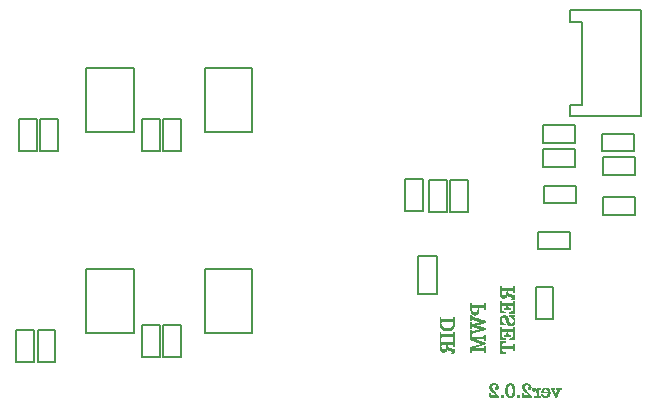
<source format=gbo>
G04 EasyPC Gerber Version 21.0.3 Build 4286 *
G04 #@! TF.Part,Single*
G04 #@! TF.FileFunction,Legend,Bot *
G04 #@! TF.FilePolarity,Positive *
%FSLAX34Y34*%
%MOMM*%
%ADD80C,0.02540*%
%ADD10C,0.12700*%
X0Y0D02*
D02*
D10*
X121595Y37845D02*
Y64925D01*
X136675*
Y37845*
X121595*
X123845Y216295D02*
Y243375D01*
X138925*
Y216295*
X123845*
X154675Y64925D02*
Y37845D01*
X139595*
Y64925*
X154675*
X156925Y243375D02*
Y216295D01*
X141845*
Y243375*
X156925*
X220885Y62635D02*
X180885D01*
Y116635*
X220885*
Y62635*
Y232635D02*
X180885D01*
Y286635*
X220885*
Y232635*
X243175Y68675D02*
Y41595D01*
X228095*
Y68675*
X243175*
Y243375D02*
Y216295D01*
X228095*
Y243375*
X243175*
X246095Y41595D02*
Y68675D01*
X261175*
Y41595*
X246095*
Y216295D02*
Y243375D01*
X261175*
Y216295*
X246095*
X320885Y62635D02*
X280885D01*
Y116635*
X320885*
Y62635*
Y232635D02*
X280885D01*
Y286635*
X320885*
Y232635*
X450345Y165595D02*
Y192675D01*
X465425*
Y165595*
X450345*
X471095Y165095D02*
Y192175D01*
X486175*
Y165095*
X471095*
X477885Y95635D02*
Y127635D01*
X461885*
Y95635*
X477885*
X489095Y165095D02*
Y192175D01*
X504175*
Y165095*
X489095*
X561095Y74095D02*
Y101175D01*
X576175*
Y74095*
X561095*
X563095Y148175D02*
X590175D01*
Y133095*
X563095*
Y148175*
X568095Y187175D02*
X595175D01*
Y172095*
X568095*
Y187175*
X590635Y245635D02*
Y255635D01*
X600635*
Y325635*
X590635*
Y335635*
X650635*
Y245635*
X590635*
X594175Y203095D02*
X567095D01*
Y218175*
X594175*
Y203095*
Y223095D02*
X567095D01*
Y238175*
X594175*
Y223095*
X617095Y231175D02*
X644175D01*
Y216095*
X617095*
Y231175*
X645175Y162095D02*
X618095D01*
Y177175*
X645175*
Y162095*
Y196095D02*
X618095D01*
Y211175*
X645175*
Y196095*
D02*
D80*
X480020Y76069D02*
Y69858D01*
X480030Y69516*
X480049Y69194*
X480088Y68881*
X480147Y68578*
X480215Y68295*
X480293Y68022*
X480391Y67758*
X480508Y67504*
X480674Y67211*
X480869Y66928*
X481084Y66655*
X481328Y66401*
X481602Y66147*
X481895Y65903*
X482217Y65678*
X482569Y65463*
X482930Y65268*
X483321Y65092*
X483721Y64955*
X484131Y64828*
X484571Y64740*
X485020Y64672*
X485489Y64633*
X485967Y64623*
X486367Y64633*
X486758Y64653*
X487149Y64692*
X487510Y64750*
X487871Y64819*
X488223Y64906*
X488565Y65004*
X488897Y65131*
X489141Y65229*
X489385Y65346*
X489610Y65473*
X489834Y65610*
X490049Y65766*
X490254Y65932*
X490449Y66108*
X490645Y66303*
X490830Y66508*
X490996Y66723*
X491153Y66947*
X491299Y67182*
X491436Y67426*
X491553Y67690*
X491670Y67953*
X491768Y68237*
X491826Y68451*
X491885Y68696*
X491934Y68949*
X491973Y69233*
X492002Y69526*
X492022Y69828*
X492041Y70160*
Y70512*
Y76069*
X491436*
Y74926*
X491426Y74731*
X491406Y74565*
X491358Y74428*
X491299Y74330*
X491221Y74262*
X491123Y74203*
X491006Y74174*
X490869Y74164*
X481182*
X481055Y74174*
X480957Y74213*
X480860Y74262*
X480772Y74340*
X480713Y74438*
X480664Y74555*
X480635Y74692*
X480625Y74838*
Y76069*
X480020*
X480625Y71713D02*
X480635Y71879D01*
X480664Y72026*
X480713Y72153*
X480781Y72250*
X480869Y72328*
X480977Y72377*
X481104Y72416*
X481240Y72426*
X490840*
X490977Y72416*
X491104Y72377*
X491201Y72309*
X491289Y72221*
X491348Y72104*
X491397Y71947*
X491426Y71762*
X491436Y71528*
Y70502*
X491426Y70170*
X491397Y69838*
X491338Y69526*
X491260Y69223*
X491162Y68920*
X491035Y68637*
X490899Y68364*
X490733Y68100*
X490606Y67934*
X490469Y67787*
X490323Y67641*
X490166Y67504*
X489990Y67387*
X489805Y67270*
X489610Y67172*
X489405Y67074*
X489102Y66967*
X488770Y66869*
X488418Y66781*
X488028Y66713*
X487617Y66664*
X487178Y66625*
X486709Y66606*
X486211Y66596*
X485840*
X485489Y66615*
X485147Y66635*
X484815Y66664*
X484492Y66694*
X484180Y66742*
X483887Y66801*
X483604Y66860*
X483340Y66928*
X483086Y67006*
X482842Y67094*
X482608Y67182*
X482383Y67289*
X482178Y67397*
X481983Y67514*
X481807Y67641*
X481533Y67885*
X481289Y68149*
X481084Y68442*
X480918Y68764*
X480791Y69115*
X480703Y69496*
X480645Y69906*
X480625Y70346*
Y71713*
X480020Y63080D02*
Y57543D01*
X480625*
Y58490*
Y58647*
X480635Y58783*
X480645Y58901*
X480664Y59008*
X480684Y59096*
X480713Y59174*
X480752Y59242*
X480781Y59291*
X480830Y59330*
X480889Y59360*
X480957Y59389*
X481035Y59418*
X481123Y59438*
X481221Y59447*
X481328Y59457*
X481455*
X490567*
X490694*
X490811Y59447*
X490918Y59438*
X491006Y59418*
X491084Y59399*
X491153Y59379*
X491211Y59350*
X491250Y59311*
X491289Y59262*
X491328Y59194*
X491367Y59125*
X491387Y59037*
X491406Y58940*
X491426Y58842*
X491436Y58725*
Y58608*
Y57543*
X492041*
Y63080*
X491436*
Y62035*
Y61899*
X491426Y61781*
X491416Y61674*
X491397Y61576*
X491377Y61498*
X491348Y61420*
X491309Y61362*
X491270Y61322*
X491231Y61283*
X491172Y61244*
X491094Y61215*
X491016Y61196*
X490918Y61176*
X490811Y61166*
X490694Y61156*
X490567*
X481455*
X481328*
X481221Y61166*
X481123Y61176*
X481035Y61196*
X480957Y61215*
X480899Y61235*
X480850Y61264*
X480811Y61303*
X480772Y61362*
X480733Y61440*
X480703Y61528*
X480674Y61625*
X480655Y61733*
X480635Y61860*
X480625Y61996*
Y62143*
Y63080*
X480020*
Y56498D02*
Y50287D01*
X480030Y49858*
X480069Y49438*
X480137Y49057*
X480225Y48686*
X480342Y48354*
X480479Y48041*
X480645Y47758*
X480840Y47494*
X481055Y47260*
X481289Y47055*
X481533Y46889*
X481787Y46742*
X482071Y46635*
X482364Y46557*
X482666Y46518*
X482998Y46498*
X483194Y46508*
X483379Y46518*
X483565Y46557*
X483750Y46596*
X483926Y46655*
X484092Y46723*
X484258Y46801*
X484414Y46889*
X484571Y46996*
X484707Y47114*
X484844Y47240*
X484971Y47377*
X485098Y47524*
X485205Y47680*
X485313Y47846*
X485410Y48031*
X485498Y48227*
X485576Y48451*
X485655Y48705*
X485723Y48989*
X485791Y49291*
X485840Y49623*
X485899Y49985*
X485938Y50365*
X486016Y50092*
X486094Y49828*
X486172Y49594*
X486250Y49389*
X486328Y49194*
X486406Y49028*
X486485Y48891*
X486563Y48764*
X486719Y48559*
X486905Y48373*
X487119Y48207*
X487344Y48061*
X487481Y47992*
X487656Y47924*
X487852Y47856*
X488086Y47778*
X488340Y47699*
X488633Y47621*
X488965Y47543*
X489317Y47455*
X489571Y47397*
X489805Y47328*
X490020Y47270*
X490215Y47201*
X490381Y47143*
X490528Y47074*
X490664Y47006*
X490772Y46938*
X490899Y46830*
X490987Y46723*
X491045Y46606*
X491065Y46489*
X491055Y46420*
X491045Y46362*
X491016Y46303*
X490977Y46244*
X490918Y46186*
X490860Y46127*
X490781Y46069*
X490694Y46020*
X490596Y45971*
X490479Y45922*
X490342Y45883*
X490186Y45844*
X490020Y45815*
X489824Y45795*
X489619Y45766*
X489395Y45756*
Y45199*
X489727Y45229*
X490039Y45268*
X490332Y45317*
X490606Y45385*
X490850Y45463*
X491084Y45561*
X491289Y45668*
X491465Y45785*
X491631Y45922*
X491768Y46069*
X491885Y46225*
X491983Y46401*
X492061Y46596*
X492119Y46791*
X492149Y47006*
X492158Y47240*
X492139Y47524*
X492080Y47787*
X491992Y48041*
X491856Y48266*
X491690Y48471*
X491485Y48647*
X491250Y48793*
X490977Y48920*
X490908Y48940*
X490840Y48959*
X490762Y48989*
X490664Y49008*
X490557Y49028*
X490449Y49057*
X490323Y49076*
X490176Y49096*
X490030Y49125*
X489873Y49145*
X489698Y49174*
X489512Y49194*
X489326Y49223*
X489121Y49252*
X488906Y49272*
X488672Y49301*
X488418Y49330*
X488174Y49369*
X487949Y49408*
X487754Y49457*
X487569Y49506*
X487412Y49565*
X487266Y49623*
X487139Y49692*
X486924Y49838*
X486729Y50024*
X486563Y50248*
X486406Y50512*
X486289Y50805*
X486201Y51127*
X486153Y51479*
X486133Y51850*
Y52836*
X490860*
X490996Y52826*
X491114Y52797*
X491211Y52748*
X491280Y52680*
X491348Y52572*
X491397Y52436*
X491426Y52270*
X491436Y52074*
Y50922*
X492041*
Y56498*
X491436*
Y55317*
X491426Y55141*
X491397Y54985*
X491348Y54848*
X491280Y54750*
X491201Y54662*
X491104Y54614*
X490987Y54574*
X490860Y54565*
X481240*
X481104Y54574*
X480977Y54614*
X480869Y54672*
X480781Y54750*
X480713Y54858*
X480664Y54985*
X480635Y55141*
X480625Y55317*
Y56498*
X480020*
X485547Y52836D02*
Y51410D01*
X485537Y51069*
X485518Y50737*
X485469Y50424*
X485410Y50141*
X485332Y49867*
X485244Y49614*
X485137Y49389*
X485010Y49174*
X484864Y48979*
X484688Y48822*
X484483Y48676*
X484258Y48569*
X484004Y48481*
X483721Y48412*
X483418Y48373*
X483086Y48364*
X482852*
X482637Y48383*
X482432Y48403*
X482237Y48442*
X482051Y48481*
X481885Y48539*
X481729Y48598*
X481582Y48666*
X481455Y48744*
X481328Y48832*
X481221Y48920*
X481123Y49018*
X481035Y49125*
X480957Y49233*
X480889Y49350*
X480830Y49467*
X480781Y49604*
X480742Y49780*
X480703Y49975*
X480674Y50209*
X480655Y50463*
X480635Y50756*
X480625Y51069*
Y51420*
Y51645*
X480635Y51860*
X480645Y52035*
X480664Y52201*
X480674Y52338*
X480703Y52446*
X480733Y52543*
X480762Y52612*
X480840Y52709*
X480938Y52778*
X481065Y52826*
X481221Y52836*
X485547*
X489395Y45219D02*
X489616D01*
X489395Y45457D02*
X490831D01*
X489395Y45695D02*
X491330D01*
X490505Y45933D02*
X491641D01*
X490903Y46171D02*
X491845D01*
X491053Y46409D02*
X491986D01*
X482039Y46647D02*
X483902D01*
X491025D02*
X492076D01*
X481533Y46885D02*
X484408D01*
X490834D02*
X492132D01*
X481211Y47123D02*
X484717D01*
X490424D02*
X492154D01*
X480962Y47361D02*
X484956D01*
X489693D02*
X492150D01*
X480762Y47599D02*
X485149D01*
X488727D02*
X492122D01*
X480599Y47837D02*
X485307D01*
X487909D02*
X492063D01*
X480464Y48075D02*
X485430D01*
X487322D02*
X491971D01*
X480360Y48313D02*
X485528D01*
X486982D02*
X491818D01*
X480273Y48551D02*
X481853D01*
X484206D02*
X485607D01*
X486727D02*
X491597D01*
X480201Y48789D02*
X481390D01*
X484642D02*
X485675D01*
X486548D02*
X491259D01*
X480144Y49027D02*
X481116D01*
X484900D02*
X485732D01*
X486406D02*
X490561D01*
X480100Y49265D02*
X480938D01*
X485064D02*
X485785D01*
X486300D02*
X488981D01*
X480063Y49503D02*
X480817D01*
X485191D02*
X485822D01*
X486207D02*
X487577D01*
X480041Y49741D02*
X480751D01*
X485288D02*
X485859D01*
X486123D02*
X487067D01*
X480027Y49979D02*
X480703D01*
X485364D02*
X485898D01*
X486049D02*
X486776D01*
X480022Y50217D02*
X480673D01*
X485426D02*
X485923D01*
X485980D02*
X486586D01*
X480020Y50455D02*
X480656D01*
X485474D02*
X486440D01*
X480020Y50693D02*
X480639D01*
X485511D02*
X486334D01*
X480020Y50931D02*
X480629D01*
X485529D02*
X486255D01*
X491436D02*
X492041D01*
X480020Y51169D02*
X480625D01*
X485540D02*
X486195D01*
X491436D02*
X492041D01*
X480020Y51407D02*
X480625D01*
X485547D02*
X486163D01*
X491436D02*
X492041D01*
X480020Y51645D02*
X480625D01*
X485547D02*
X486144D01*
X491436D02*
X492041D01*
X480020Y51883D02*
X480636D01*
X485547D02*
X486133D01*
X491436D02*
X492041D01*
X480020Y52121D02*
X480655D01*
X485547D02*
X486133D01*
X491434D02*
X492041D01*
X480020Y52359D02*
X480680D01*
X485547D02*
X486133D01*
X491410D02*
X492041D01*
X480020Y52597D02*
X480756D01*
X485547D02*
X486133D01*
X491332D02*
X492041D01*
X480020Y52835D02*
X492041D01*
X480020Y53073D02*
X492041D01*
X480020Y53311D02*
X492041D01*
X480020Y53549D02*
X492041D01*
X480020Y53787D02*
X492041D01*
X480020Y54025D02*
X492041D01*
X480020Y54263D02*
X492041D01*
X480020Y54501D02*
X492041D01*
X480020Y54739D02*
X480793D01*
X491270D02*
X492041D01*
X480020Y54977D02*
X480667D01*
X491394D02*
X492041D01*
X480020Y55215D02*
X480631D01*
X491430D02*
X492041D01*
X480020Y55453D02*
X480625D01*
X491436D02*
X492041D01*
X480020Y55691D02*
X480625D01*
X491436D02*
X492041D01*
X480020Y55929D02*
X480625D01*
X491436D02*
X492041D01*
X480020Y56167D02*
X480625D01*
X491436D02*
X492041D01*
X480020Y56405D02*
X480625D01*
X491436D02*
X492041D01*
X480020Y57595D02*
X480625D01*
X491436D02*
X492041D01*
X480020Y57833D02*
X480625D01*
X491436D02*
X492041D01*
X480020Y58071D02*
X480625D01*
X491436D02*
X492041D01*
X480020Y58309D02*
X480625D01*
X491436D02*
X492041D01*
X480020Y58547D02*
X480625D01*
X491436D02*
X492041D01*
X480020Y58785D02*
X480635D01*
X491431D02*
X492041D01*
X480020Y59023D02*
X480667D01*
X491390D02*
X492041D01*
X480020Y59261D02*
X480763D01*
X491289D02*
X492041D01*
X480020Y59499D02*
X492041D01*
X480020Y59737D02*
X492041D01*
X480020Y59975D02*
X492041D01*
X480020Y60213D02*
X492041D01*
X480020Y60451D02*
X492041D01*
X480020Y60689D02*
X492041D01*
X480020Y60927D02*
X492041D01*
X480020Y61165D02*
X481231D01*
X490811D02*
X492041D01*
X480020Y61403D02*
X480751D01*
X491337D02*
X492041D01*
X480020Y61641D02*
X480671D01*
X491410D02*
X492041D01*
X480020Y61879D02*
X480634D01*
X491434D02*
X492041D01*
X480020Y62117D02*
X480625D01*
X491436D02*
X492041D01*
X480020Y62355D02*
X480625D01*
X491436D02*
X492041D01*
X480020Y62593D02*
X480625D01*
X491436D02*
X492041D01*
X480020Y62831D02*
X480625D01*
X491436D02*
X492041D01*
X480020Y63069D02*
X480625D01*
X491436D02*
X492041D01*
X484604Y64735D02*
X487417D01*
X483668Y64973D02*
X488457D01*
X483057Y65211D02*
X489096D01*
X482595Y65449D02*
X489567D01*
X482204Y65687D02*
X489940D01*
X481869Y65925D02*
X490245D01*
X481585Y66163D02*
X490504D01*
X481328Y66401D02*
X490733D01*
X481099Y66639D02*
X485101D01*
X487336D02*
X490931D01*
X480909Y66877D02*
X483538D01*
X488797D02*
X491104D01*
X480740Y67115D02*
X482786D01*
X489491D02*
X491257D01*
X480594Y67353D02*
X482262D01*
X489936D02*
X491395D01*
X480468Y67591D02*
X481876D01*
X490266D02*
X491509D01*
X480365Y67829D02*
X481596D01*
X490508D02*
X491615D01*
X480280Y68067D02*
X481365D01*
X490708D02*
X491709D01*
X480213Y68305D02*
X481180D01*
X490862D02*
X491786D01*
X480155Y68543D02*
X481032D01*
X490988D02*
X491848D01*
X480107Y68781D02*
X480912D01*
X491100D02*
X491901D01*
X480071Y69019D02*
X480826D01*
X491194D02*
X491944D01*
X480045Y69257D02*
X480758D01*
X491269D02*
X491975D01*
X480031Y69495D02*
X480703D01*
X491330D02*
X491999D01*
X480024Y69733D02*
X480669D01*
X491377D02*
X492016D01*
X480020Y69971D02*
X480642D01*
X491409D02*
X492030D01*
X480020Y70209D02*
X480631D01*
X491427D02*
X492041D01*
X480020Y70447D02*
X480625D01*
X491434D02*
X492041D01*
X480020Y70685D02*
X480625D01*
X491436D02*
X492041D01*
X480020Y70923D02*
X480625D01*
X491436D02*
X492041D01*
X480020Y71161D02*
X480625D01*
X491436D02*
X492041D01*
X480020Y71399D02*
X480625D01*
X491436D02*
X492041D01*
X480020Y71637D02*
X480625D01*
X491431D02*
X492041D01*
X480020Y71875D02*
X480634D01*
X491408D02*
X492041D01*
X480020Y72113D02*
X480698D01*
X491343D02*
X492041D01*
X480020Y72351D02*
X480920D01*
X491141D02*
X492041D01*
X480020Y72589D02*
X492041D01*
X480020Y72827D02*
X492041D01*
X480020Y73065D02*
X492041D01*
X480020Y73303D02*
X492041D01*
X480020Y73541D02*
X492041D01*
X480020Y73779D02*
X492041D01*
X480020Y74017D02*
X492041D01*
X480020Y74255D02*
X480874D01*
X491209D02*
X492041D01*
X480020Y74493D02*
X480690D01*
X491381D02*
X492041D01*
X480020Y74731D02*
X480632D01*
X491426D02*
X492041D01*
X480020Y74969D02*
X480625D01*
X491436D02*
X492041D01*
X480020Y75207D02*
X480625D01*
X491436D02*
X492041D01*
X480020Y75445D02*
X480625D01*
X491436D02*
X492041D01*
X480020Y75683D02*
X480625D01*
X491436D02*
X492041D01*
X480020Y75921D02*
X480625D01*
X491436D02*
X492041D01*
X506020Y88000D02*
Y82063D01*
X506039Y81584*
X506078Y81125*
X506147Y80696*
X506244Y80295*
X506381Y79924*
X506537Y79592*
X506723Y79280*
X506928Y78996*
X507172Y78752*
X507426Y78537*
X507690Y78352*
X507983Y78205*
X508285Y78088*
X508617Y78010*
X508949Y77961*
X509311Y77942*
X509672Y77961*
X510004Y78000*
X510317Y78078*
X510610Y78186*
X510883Y78322*
X511127Y78489*
X511352Y78684*
X511557Y78918*
X511811Y79260*
X512026Y79621*
X512201Y80012*
X512358Y80412*
X512475Y80832*
X512553Y81281*
X512602Y81740*
X512621Y82219*
Y84367*
X516733*
X516899Y84358*
X517035Y84328*
X517153Y84270*
X517240Y84192*
X517328Y84074*
X517387Y83928*
X517426Y83772*
X517436Y83586*
Y82219*
X518041*
Y88000*
X517436*
Y86789*
X517426Y86623*
X517397Y86477*
X517358Y86360*
X517299Y86262*
X517221Y86194*
X517123Y86135*
X517026Y86106*
X516908Y86096*
X507319*
X507143Y86106*
X507006Y86145*
X506879Y86213*
X506791Y86311*
X506752Y86369*
X506713Y86438*
X506694Y86516*
X506664Y86614*
X506645Y86721*
X506635Y86838*
X506625Y86965*
Y87112*
Y88000*
X506020*
X512026Y84367D02*
Y82737D01*
X512016Y82356*
X511987Y82014*
X511938Y81692*
X511869Y81399*
X511772Y81135*
X511664Y80891*
X511528Y80676*
X511381Y80490*
X511205Y80334*
X511010Y80197*
X510776Y80071*
X510522Y79983*
X510248Y79905*
X509936Y79846*
X509604Y79817*
X509242Y79807*
X508998*
X508754Y79826*
X508539Y79846*
X508324Y79885*
X508139Y79924*
X507963Y79983*
X507797Y80041*
X507651Y80119*
X507387Y80285*
X507162Y80500*
X506977Y80744*
X506830Y81018*
X506762Y81184*
X506713Y81369*
X506664Y81574*
X506625Y81809*
X506596Y82072*
X506576Y82346*
X506557Y82658*
Y82981*
Y83205*
X506567Y83391*
X506586Y83567*
X506596Y83723*
X506625Y83850*
X506655Y83967*
X506694Y84055*
X506733Y84123*
X506830Y84231*
X506967Y84309*
X507123Y84348*
X507319Y84367*
X512026*
X506020Y77248D02*
Y73235D01*
X506625*
Y73518*
Y73664*
X506635Y73801*
Y73928*
X506655Y74035*
X506664Y74123*
X506684Y74201*
X506703Y74270*
X506723Y74319*
X506781Y74397*
X506850Y74446*
X506938Y74485*
X507035Y74494*
X507123Y74485*
X507231Y74465*
X507358Y74426*
X507504Y74367*
X507660Y74319*
X515287Y71877*
X508237Y69729*
X507953Y69826*
X507699Y69905*
X507475Y69992*
X507289Y70061*
X507123Y70129*
X506996Y70197*
X506899Y70256*
X506830Y70305*
X506781Y70364*
X506742Y70432*
X506703Y70510*
X506674Y70608*
X506655Y70705*
X506635Y70822*
X506625Y70959*
Y71096*
Y71828*
X506020*
Y66819*
X506625*
Y67336*
Y67492*
X506635Y67639*
X506645Y67776*
X506655Y67893*
X506674Y67990*
X506694Y68078*
X506713Y68156*
X506733Y68215*
X506801Y68303*
X506879Y68362*
X506967Y68401*
X507065Y68410*
X507240Y68401*
X507387Y68362*
X515287Y65881*
X508451Y63840*
X508256Y63781*
X508061Y63742*
X507875Y63723*
X507690Y63713*
X507436Y63733*
X507211Y63781*
X507026Y63860*
X506879Y63967*
X506772Y64104*
X506694Y64270*
X506645Y64475*
X506625Y64709*
Y65080*
X506020*
Y61311*
X506625*
X506664Y61545*
X506723Y61760*
X506781Y61936*
X506869Y62102*
X506967Y62239*
X507084Y62375*
X507211Y62492*
X507367Y62610*
X507455Y62658*
X507563Y62717*
X507670Y62766*
X507807Y62824*
X507944Y62883*
X508100Y62932*
X508276Y62990*
X508451Y63039*
X518324Y65998*
Y66574*
X509496Y69338*
X518324Y71985*
Y72590*
X507660Y75969*
X507504Y76028*
X507367Y76076*
X507250Y76135*
X507133Y76184*
X507035Y76242*
X506957Y76311*
X506879Y76369*
X506830Y76428*
X506742Y76574*
X506674Y76760*
X506635Y76985*
X506625Y77248*
X506020*
Y60930D02*
Y56916D01*
X515512Y53332*
X506020Y50041*
Y45930*
X506625*
Y46926*
Y47053*
X506635Y47170*
X506645Y47278*
X506664Y47375*
X506684Y47453*
X506713Y47531*
X506742Y47590*
X506781Y47639*
X506869Y47717*
X506996Y47776*
X507143Y47815*
X507319Y47824*
X516840*
X516977Y47815*
X517094Y47766*
X517201Y47697*
X517280Y47600*
X517319Y47541*
X517348Y47473*
X517377Y47395*
X517397Y47307*
X517416Y47209*
X517426Y47102*
X517436Y46975*
Y46848*
Y45930*
X518041*
Y51447*
X517436*
Y50422*
X517426Y50217*
X517397Y50031*
X517338Y49885*
X517270Y49768*
X517182Y49670*
X517084Y49602*
X516967Y49563*
X516840Y49553*
X506625*
X518041Y53518*
Y54065*
X506674Y58342*
X515424*
X515610*
X515785Y58332*
X515951Y58313*
X516098Y58293*
X516244Y58264*
X516371Y58235*
X516489Y58196*
X516586Y58147*
X516772Y58039*
X516928Y57912*
X517065Y57756*
X517182Y57590*
X517231Y57492*
X517270Y57375*
X517319Y57248*
X517348Y57112*
X517377Y56946*
X517406Y56780*
X517426Y56594*
X517436Y56389*
X518041*
Y60930*
X517436*
X517416Y60666*
X517377Y60412*
X517338Y60197*
X517280Y59992*
X517211Y59817*
X517143Y59660*
X517055Y59524*
X516957Y59416*
X516850Y59319*
X516713Y59240*
X516567Y59172*
X516391Y59114*
X516205Y59074*
X515990Y59045*
X515766Y59026*
X515512Y59016*
X507221*
X507074Y59026*
X506957Y59065*
X506850Y59123*
X506772Y59201*
X506733Y59250*
X506703Y59319*
X506684Y59387*
X506664Y59475*
X506645Y59563*
X506635Y59670*
X506625Y59778*
Y59905*
Y60930*
X506020*
Y46033D02*
X506625D01*
X517436D02*
X518041D01*
X506020Y46271D02*
X506625D01*
X517436D02*
X518041D01*
X506020Y46509D02*
X506625D01*
X517436D02*
X518041D01*
X506020Y46747D02*
X506625D01*
X517436D02*
X518041D01*
X506020Y46985D02*
X506625D01*
X517435D02*
X518041D01*
X506020Y47223D02*
X506640D01*
X517413D02*
X518041D01*
X506020Y47461D02*
X506687D01*
X517352D02*
X518041D01*
X506020Y47699D02*
X506849D01*
X517201D02*
X518041D01*
X506020Y47937D02*
X518041D01*
X506020Y48175D02*
X518041D01*
X506020Y48413D02*
X518041D01*
X506020Y48651D02*
X518041D01*
X506020Y48889D02*
X518041D01*
X506020Y49127D02*
X518041D01*
X506020Y49365D02*
X518041D01*
X506020Y49603D02*
X506769D01*
X517084D02*
X518041D01*
X506020Y49841D02*
X507454D01*
X517312D02*
X518041D01*
X506130Y50079D02*
X508139D01*
X517404D02*
X518041D01*
X506816Y50317D02*
X508825D01*
X517431D02*
X518041D01*
X507502Y50555D02*
X509510D01*
X517436D02*
X518041D01*
X508189Y50793D02*
X510195D01*
X517436D02*
X518041D01*
X508875Y51031D02*
X510880D01*
X517436D02*
X518041D01*
X509562Y51269D02*
X511566D01*
X517436D02*
X518041D01*
X510248Y51507D02*
X512251D01*
X510935Y51745D02*
X512936D01*
X511621Y51983D02*
X513621D01*
X512308Y52221D02*
X514307D01*
X512994Y52459D02*
X514992D01*
X513681Y52697D02*
X515677D01*
X514367Y52935D02*
X516362D01*
X515053Y53173D02*
X517048D01*
X515303Y53411D02*
X517733D01*
X514672Y53649D02*
X518041D01*
X514042Y53887D02*
X518041D01*
X513412Y54125D02*
X517882D01*
X512781Y54363D02*
X517249D01*
X512151Y54601D02*
X516616D01*
X511521Y54839D02*
X515984D01*
X510890Y55077D02*
X515351D01*
X510260Y55315D02*
X514719D01*
X509630Y55553D02*
X514086D01*
X508999Y55791D02*
X513454D01*
X508369Y56029D02*
X512821D01*
X507739Y56267D02*
X512189D01*
X507109Y56505D02*
X511556D01*
X517430D02*
X518041D01*
X506478Y56743D02*
X510924D01*
X517410D02*
X518041D01*
X506020Y56981D02*
X510291D01*
X517371D02*
X518041D01*
X506020Y57219D02*
X509659D01*
X517325D02*
X518041D01*
X506020Y57457D02*
X509026D01*
X517243D02*
X518041D01*
X506020Y57695D02*
X508394D01*
X517108D02*
X518041D01*
X506020Y57933D02*
X507761D01*
X516902D02*
X518041D01*
X506020Y58171D02*
X507128D01*
X516538D02*
X518041D01*
X506020Y58409D02*
X518041D01*
X506020Y58647D02*
X518041D01*
X506020Y58885D02*
X518041D01*
X506020Y59123D02*
X506850D01*
X516418D02*
X518041D01*
X506020Y59361D02*
X506691D01*
X516896D02*
X518041D01*
X506020Y59599D02*
X506642D01*
X517104D02*
X518041D01*
X506020Y59837D02*
X506625D01*
X517219D02*
X518041D01*
X506020Y60075D02*
X506625D01*
X517303D02*
X518041D01*
X506020Y60313D02*
X506625D01*
X517359D02*
X518041D01*
X506020Y60551D02*
X506625D01*
X517398D02*
X518041D01*
X506020Y60789D02*
X506625D01*
X517425D02*
X518041D01*
X506020Y61503D02*
X506657D01*
X506020Y61741D02*
X506718D01*
X506020Y61979D02*
X506804D01*
X506020Y62217D02*
X506951D01*
X506020Y62455D02*
X507171D01*
X506020Y62693D02*
X507519D01*
X506020Y62931D02*
X508097D01*
X506020Y63169D02*
X508885D01*
X506020Y63407D02*
X509679D01*
X506020Y63645D02*
X510473D01*
X506020Y63883D02*
X506994D01*
X508595D02*
X511267D01*
X506020Y64121D02*
X506764D01*
X509392D02*
X512061D01*
X506020Y64359D02*
X506673D01*
X510189D02*
X512855D01*
X506020Y64597D02*
X506635D01*
X510986D02*
X513649D01*
X506020Y64835D02*
X506625D01*
X511784D02*
X514444D01*
X506020Y65073D02*
X506625D01*
X512581D02*
X515238D01*
X513378Y65311D02*
X516032D01*
X514175Y65549D02*
X516826D01*
X514972Y65787D02*
X517620D01*
X514828Y66025D02*
X518324D01*
X514071Y66263D02*
X518324D01*
X513313Y66501D02*
X518324D01*
X512555Y66739D02*
X517797D01*
X506020Y66977D02*
X506625D01*
X511797D02*
X517037D01*
X506020Y67215D02*
X506625D01*
X511039D02*
X516277D01*
X506020Y67453D02*
X506625D01*
X510281D02*
X515517D01*
X506020Y67691D02*
X506639D01*
X509524D02*
X514756D01*
X506020Y67929D02*
X506662D01*
X508766D02*
X513996D01*
X506020Y68167D02*
X506717D01*
X508008D02*
X513236D01*
X506020Y68405D02*
X507011D01*
X507240D02*
X512476D01*
X506020Y68643D02*
X511716D01*
X506020Y68881D02*
X510956D01*
X506020Y69119D02*
X510195D01*
X506020Y69357D02*
X509559D01*
X506020Y69595D02*
X510353D01*
X506020Y69833D02*
X507930D01*
X508578D02*
X511147D01*
X506020Y70071D02*
X507265D01*
X509359D02*
X511941D01*
X506020Y70309D02*
X506827D01*
X510141D02*
X512734D01*
X506020Y70547D02*
X506692D01*
X510922D02*
X513528D01*
X506020Y70785D02*
X506641D01*
X511703D02*
X514322D01*
X506020Y71023D02*
X506625D01*
X512484D02*
X515116D01*
X506020Y71261D02*
X506625D01*
X513265D02*
X515909D01*
X506020Y71499D02*
X506625D01*
X514046D02*
X516703D01*
X506020Y71737D02*
X506625D01*
X514828D02*
X517497D01*
X514981Y71975D02*
X518291D01*
X514238Y72213D02*
X518324D01*
X513494Y72451D02*
X518324D01*
X512751Y72689D02*
X518012D01*
X512008Y72927D02*
X517260D01*
X511264Y73165D02*
X516509D01*
X506020Y73403D02*
X506625D01*
X510521D02*
X515758D01*
X506020Y73641D02*
X506625D01*
X509778D02*
X515007D01*
X506020Y73879D02*
X506635D01*
X509034D02*
X514256D01*
X506020Y74117D02*
X506663D01*
X508291D02*
X513505D01*
X506020Y74355D02*
X506750D01*
X507543D02*
X512754D01*
X506020Y74593D02*
X512003D01*
X506020Y74831D02*
X511251D01*
X506020Y75069D02*
X510500D01*
X506020Y75307D02*
X509749D01*
X506020Y75545D02*
X508998D01*
X506020Y75783D02*
X508247D01*
X506020Y76021D02*
X507523D01*
X506020Y76259D02*
X507016D01*
X506020Y76497D02*
X506788D01*
X506020Y76735D02*
X506683D01*
X506020Y76973D02*
X506637D01*
X506020Y77211D02*
X506626D01*
X508091Y78163D02*
X510548D01*
X507620Y78401D02*
X510998D01*
X507305Y78639D02*
X511300D01*
X507047Y78877D02*
X511521D01*
X506842Y79115D02*
X511703D01*
X506679Y79353D02*
X511866D01*
X506537Y79591D02*
X512008D01*
X506426Y79829D02*
X508722D01*
X509741D02*
X512119D01*
X506328Y80067D02*
X507748D01*
X510776D02*
X512223D01*
X506242Y80305D02*
X507366D01*
X511164D02*
X512316D01*
X506184Y80543D02*
X507129D01*
X511423D02*
X512394D01*
X506133Y80781D02*
X506957D01*
X511594D02*
X512461D01*
X506095Y81019D02*
X506830D01*
X511721D02*
X512507D01*
X506067Y81257D02*
X506743D01*
X511817D02*
X512549D01*
X506047Y81495D02*
X506683D01*
X511892D02*
X512576D01*
X506033Y81733D02*
X506638D01*
X511944D02*
X512601D01*
X506024Y81971D02*
X506607D01*
X511980D02*
X512611D01*
X506020Y82209D02*
X506586D01*
X512004D02*
X512621D01*
X506020Y82447D02*
X506570D01*
X512018D02*
X512621D01*
X517436D02*
X518041D01*
X506020Y82685D02*
X506557D01*
X512025D02*
X512621D01*
X517436D02*
X518041D01*
X506020Y82923D02*
X506557D01*
X512026D02*
X512621D01*
X517436D02*
X518041D01*
X506020Y83161D02*
X506557D01*
X512026D02*
X512621D01*
X517436D02*
X518041D01*
X506020Y83399D02*
X506568D01*
X512026D02*
X512621D01*
X517436D02*
X518041D01*
X506020Y83637D02*
X506590D01*
X512026D02*
X512621D01*
X517433D02*
X518041D01*
X506020Y83875D02*
X506631D01*
X512026D02*
X512621D01*
X517400D02*
X518041D01*
X506020Y84113D02*
X506727D01*
X512026D02*
X512621D01*
X517299D02*
X518041D01*
X506020Y84351D02*
X507154D01*
X512026D02*
X512621D01*
X516931D02*
X518041D01*
X506020Y84589D02*
X518041D01*
X506020Y84827D02*
X518041D01*
X506020Y85065D02*
X518041D01*
X506020Y85303D02*
X518041D01*
X506020Y85541D02*
X518041D01*
X506020Y85779D02*
X518041D01*
X506020Y86017D02*
X518041D01*
X506020Y86255D02*
X506841D01*
X517291D02*
X518041D01*
X506020Y86493D02*
X506700D01*
X517400D02*
X518041D01*
X506020Y86731D02*
X506644D01*
X517433D02*
X518041D01*
X506020Y86969D02*
X506625D01*
X517436D02*
X518041D01*
X506020Y87207D02*
X506625D01*
X517436D02*
X518041D01*
X506020Y87445D02*
X506625D01*
X517436D02*
X518041D01*
X506020Y87683D02*
X506625D01*
X517436D02*
X518041D01*
X506020Y87921D02*
X506625D01*
X517436D02*
X518041D01*
X531020Y102215D02*
Y96004D01*
X531030Y95574*
X531069Y95155*
X531137Y94774*
X531225Y94403*
X531342Y94071*
X531479Y93758*
X531645Y93475*
X531840Y93211*
X532055Y92977*
X532289Y92772*
X532533Y92606*
X532787Y92459*
X533071Y92352*
X533364Y92274*
X533666Y92235*
X533998Y92215*
X534194Y92225*
X534379Y92235*
X534565Y92274*
X534750Y92313*
X534926Y92371*
X535092Y92440*
X535258Y92518*
X535414Y92606*
X535571Y92713*
X535707Y92830*
X535844Y92957*
X535971Y93094*
X536098Y93240*
X536205Y93397*
X536313Y93563*
X536410Y93748*
X536498Y93944*
X536576Y94168*
X536655Y94422*
X536723Y94705*
X536791Y95008*
X536840Y95340*
X536899Y95701*
X536938Y96082*
X537016Y95809*
X537094Y95545*
X537172Y95311*
X537250Y95106*
X537328Y94910*
X537406Y94744*
X537485Y94608*
X537563Y94481*
X537719Y94276*
X537905Y94090*
X538119Y93924*
X538344Y93778*
X538481Y93709*
X538656Y93641*
X538852Y93572*
X539086Y93494*
X539340Y93416*
X539633Y93338*
X539965Y93260*
X540317Y93172*
X540571Y93114*
X540805Y93045*
X541020Y92987*
X541215Y92918*
X541381Y92860*
X541528Y92791*
X541664Y92723*
X541772Y92655*
X541899Y92547*
X541987Y92440*
X542045Y92322*
X542065Y92205*
X542055Y92137*
X542045Y92078*
X542016Y92020*
X541977Y91961*
X541918Y91903*
X541860Y91844*
X541781Y91785*
X541694Y91737*
X541596Y91688*
X541479Y91639*
X541342Y91600*
X541186Y91561*
X541020Y91531*
X540824Y91512*
X540619Y91483*
X540395Y91473*
Y90916*
X540727Y90946*
X541039Y90985*
X541332Y91033*
X541606Y91102*
X541850Y91180*
X542084Y91278*
X542289Y91385*
X542465Y91502*
X542631Y91639*
X542768Y91785*
X542885Y91942*
X542983Y92117*
X543061Y92313*
X543119Y92508*
X543149Y92723*
X543158Y92957*
X543139Y93240*
X543080Y93504*
X542992Y93758*
X542856Y93983*
X542690Y94188*
X542485Y94364*
X542250Y94510*
X541977Y94637*
X541908Y94656*
X541840Y94676*
X541762Y94705*
X541664Y94725*
X541557Y94744*
X541449Y94774*
X541323Y94793*
X541176Y94813*
X541030Y94842*
X540873Y94862*
X540698Y94891*
X540512Y94910*
X540326Y94940*
X540121Y94969*
X539906Y94989*
X539672Y95018*
X539418Y95047*
X539174Y95086*
X538949Y95125*
X538754Y95174*
X538569Y95223*
X538412Y95281*
X538266Y95340*
X538139Y95408*
X537924Y95555*
X537729Y95740*
X537563Y95965*
X537406Y96229*
X537289Y96522*
X537201Y96844*
X537153Y97196*
X537133Y97567*
Y98553*
X541860*
X541996Y98543*
X542114Y98514*
X542211Y98465*
X542280Y98397*
X542348Y98289*
X542397Y98153*
X542426Y97987*
X542436Y97791*
Y96639*
X543041*
Y102215*
X542436*
Y101033*
X542426Y100858*
X542397Y100701*
X542348Y100565*
X542280Y100467*
X542201Y100379*
X542104Y100330*
X541987Y100291*
X541860Y100281*
X532240*
X532104Y100291*
X531977Y100330*
X531869Y100389*
X531781Y100467*
X531713Y100574*
X531664Y100701*
X531635Y100858*
X531625Y101033*
Y102215*
X531020*
X536547Y98553D02*
Y97127D01*
X536537Y96785*
X536518Y96453*
X536469Y96141*
X536410Y95858*
X536332Y95584*
X536244Y95330*
X536137Y95106*
X536010Y94891*
X535864Y94696*
X535688Y94539*
X535483Y94393*
X535258Y94285*
X535004Y94197*
X534721Y94129*
X534418Y94090*
X534086Y94080*
X533852*
X533637Y94100*
X533432Y94119*
X533237Y94158*
X533051Y94197*
X532885Y94256*
X532729Y94315*
X532582Y94383*
X532455Y94461*
X532328Y94549*
X532221Y94637*
X532123Y94735*
X532035Y94842*
X531957Y94949*
X531889Y95067*
X531830Y95184*
X531781Y95321*
X531742Y95496*
X531703Y95692*
X531674Y95926*
X531655Y96180*
X531635Y96473*
X531625Y96785*
Y97137*
Y97362*
X531635Y97576*
X531645Y97752*
X531664Y97918*
X531674Y98055*
X531703Y98162*
X531733Y98260*
X531762Y98328*
X531840Y98426*
X531938Y98494*
X532065Y98543*
X532221Y98553*
X536547*
X531020Y89520D02*
Y79989D01*
X535073Y79764*
Y80311*
X534614Y80399*
X534184Y80496*
X533793Y80604*
X533442Y80731*
X533129Y80867*
X532846Y81014*
X532602Y81170*
X532387Y81336*
X532211Y81522*
X532055Y81717*
X531928Y81922*
X531821Y82147*
X531733Y82381*
X531674Y82635*
X531635Y82899*
X531625Y83172*
Y85526*
X531635Y85662*
X531664Y85770*
X531713Y85877*
X531781Y85955*
X531869Y86024*
X531977Y86063*
X532104Y86092*
X532250Y86102*
X536537*
Y85067*
X536528Y84871*
X536498Y84676*
X536459Y84490*
X536391Y84324*
X536303Y84158*
X536205Y84002*
X536088Y83865*
X535942Y83729*
X535785Y83602*
X535610Y83504*
X535414Y83406*
X535190Y83328*
X534955Y83270*
X534701Y83221*
X534418Y83192*
X534125Y83172*
Y82615*
X539692*
Y83172*
X539360Y83192*
X539047Y83221*
X538764Y83270*
X538510Y83328*
X538276Y83406*
X538061Y83504*
X537875Y83612*
X537709Y83739*
X537573Y83875*
X537455Y84022*
X537348Y84178*
X537260Y84354*
X537201Y84539*
X537153Y84735*
X537123Y84940*
X537114Y85164*
Y86102*
X541899*
X542026Y86092*
X542133Y86053*
X542221Y86004*
X542299Y85926*
X542358Y85828*
X542406Y85692*
X542426Y85535*
X542436Y85350*
Y83485*
X542416Y83123*
X542377Y82772*
X542299Y82440*
X542192Y82137*
X542055Y81844*
X541889Y81580*
X541694Y81326*
X541469Y81102*
X541215Y80897*
X540922Y80701*
X540610Y80535*
X540258Y80389*
X539887Y80262*
X539477Y80155*
X539037Y80067*
X538569Y79998*
Y79412*
X543041Y79617*
Y89520*
X542436*
Y88699*
X542426Y88475*
X542397Y88289*
X542338Y88143*
X542270Y88026*
X542182Y87938*
X542065Y87879*
X541938Y87840*
X541781Y87830*
X532250*
X532104Y87840*
X531977Y87869*
X531869Y87928*
X531781Y87996*
X531713Y88094*
X531664Y88221*
X531635Y88367*
X531625Y88533*
Y89520*
X531020*
X531928Y70906D02*
X530883Y70174D01*
Y69578*
X535258Y69530*
Y70067*
X534770Y70203*
X534321Y70350*
X533901Y70516*
X533520Y70692*
X533168Y70887*
X532846Y71092*
X532563Y71317*
X532319Y71551*
X532104Y71805*
X531908Y72069*
X531752Y72332*
X531625Y72615*
X531518Y72899*
X531449Y73201*
X531410Y73504*
X531391Y73826*
X531401Y74090*
X531430Y74334*
X531479Y74569*
X531557Y74793*
X531645Y75008*
X531752Y75213*
X531879Y75399*
X532035Y75574*
X532201Y75740*
X532367Y75877*
X532553Y75994*
X532748Y76082*
X532944Y76160*
X533158Y76219*
X533373Y76248*
X533598Y76258*
X533881Y76239*
X534145Y76190*
X534389Y76112*
X534614Y75994*
X534819Y75848*
X535004Y75672*
X535170Y75467*
X535317Y75223*
X535385Y75076*
X535463Y74910*
X535531Y74705*
X535600Y74481*
X535678Y74217*
X535746Y73934*
X535824Y73621*
X535903Y73280*
X536010Y72791*
X536117Y72352*
X536235Y71942*
X536342Y71571*
X536449Y71239*
X536567Y70946*
X536674Y70692*
X536791Y70467*
X536899Y70272*
X537026Y70086*
X537153Y69920*
X537289Y69764*
X537436Y69617*
X537592Y69490*
X537748Y69364*
X537914Y69266*
X538090Y69168*
X538266Y69090*
X538451Y69022*
X538647Y68963*
X538852Y68924*
X539067Y68895*
X539281Y68875*
X539506Y68865*
X539897Y68885*
X540278Y68934*
X540649Y69022*
X540990Y69139*
X541323Y69295*
X541625Y69481*
X541918Y69705*
X542201Y69959*
X542446Y70242*
X542670Y70545*
X542846Y70867*
X543002Y71209*
X543119Y71571*
X543198Y71951*
X543246Y72362*
X543266Y72781*
X543246Y73240*
X543188Y73680*
X543100Y74110*
X542963Y74520*
X542797Y74920*
X542592Y75301*
X542348Y75662*
X542065Y76014*
X543188Y76932*
Y77518*
X538530*
Y76932*
X538998Y76834*
X539438Y76707*
X539858Y76561*
X540248Y76375*
X540619Y76170*
X540961Y75946*
X541274Y75692*
X541567Y75408*
X541830Y75106*
X542055Y74793*
X542250Y74471*
X542406Y74139*
X542524Y73807*
X542612Y73455*
X542660Y73094*
X542680Y72733*
X542670Y72440*
X542641Y72156*
X542582Y71893*
X542504Y71639*
X542406Y71405*
X542280Y71180*
X542133Y70965*
X541967Y70770*
X541791Y70594*
X541596Y70438*
X541391Y70301*
X541186Y70194*
X540961Y70115*
X540727Y70057*
X540492Y70018*
X540239Y70008*
X539965Y70028*
X539701Y70076*
X539457Y70164*
X539233Y70291*
X539125Y70369*
X539018Y70457*
X538920Y70555*
X538832Y70662*
X538744Y70780*
X538656Y70906*
X538578Y71043*
X538500Y71190*
X538422Y71365*
X538344Y71580*
X538256Y71824*
X538168Y72108*
X538080Y72430*
X537983Y72791*
X537885Y73182*
X537778Y73621*
X537719Y73865*
X537660Y74100*
X537602Y74324*
X537533Y74539*
X537475Y74735*
X537406Y74930*
X537348Y75115*
X537280Y75291*
X537211Y75457*
X537143Y75614*
X537074Y75760*
X537006Y75897*
X536938Y76014*
X536869Y76131*
X536791Y76239*
X536723Y76336*
X536508Y76571*
X536264Y76776*
X536000Y76951*
X535727Y77098*
X535414Y77205*
X535092Y77283*
X534740Y77332*
X534379Y77352*
X533989Y77332*
X533617Y77283*
X533266Y77205*
X532934Y77098*
X532621Y76961*
X532319Y76785*
X532045Y76580*
X531781Y76336*
X531537Y76082*
X531332Y75799*
X531166Y75506*
X531020Y75184*
X530912Y74852*
X530834Y74510*
X530785Y74139*
X530766Y73758*
X530785Y73377*
X530834Y73016*
X530922Y72664*
X531039Y72313*
X531108Y72147*
X531196Y71971*
X531283Y71795*
X531391Y71619*
X531508Y71444*
X531635Y71268*
X531781Y71082*
X531928Y70906*
X531020Y67020D02*
Y57489D01*
X535073Y57264*
Y57811*
X534614Y57899*
X534184Y57996*
X533793Y58104*
X533442Y58231*
X533129Y58367*
X532846Y58514*
X532602Y58670*
X532387Y58836*
X532211Y59022*
X532055Y59217*
X531928Y59422*
X531821Y59647*
X531733Y59881*
X531674Y60135*
X531635Y60399*
X531625Y60672*
Y63026*
X531635Y63162*
X531664Y63270*
X531713Y63377*
X531781Y63455*
X531869Y63524*
X531977Y63563*
X532104Y63592*
X532250Y63602*
X536537*
Y62567*
X536528Y62371*
X536498Y62176*
X536459Y61990*
X536391Y61824*
X536303Y61658*
X536205Y61502*
X536088Y61365*
X535942Y61229*
X535785Y61102*
X535610Y61004*
X535414Y60906*
X535190Y60828*
X534955Y60770*
X534701Y60721*
X534418Y60692*
X534125Y60672*
Y60115*
X539692*
Y60672*
X539360Y60692*
X539047Y60721*
X538764Y60770*
X538510Y60828*
X538276Y60906*
X538061Y61004*
X537875Y61112*
X537709Y61239*
X537573Y61375*
X537455Y61522*
X537348Y61678*
X537260Y61854*
X537201Y62039*
X537153Y62235*
X537123Y62440*
X537114Y62664*
Y63602*
X541899*
X542026Y63592*
X542133Y63553*
X542221Y63504*
X542299Y63426*
X542358Y63328*
X542406Y63192*
X542426Y63035*
X542436Y62850*
Y60985*
X542416Y60623*
X542377Y60272*
X542299Y59940*
X542192Y59637*
X542055Y59344*
X541889Y59080*
X541694Y58826*
X541469Y58602*
X541215Y58397*
X540922Y58201*
X540610Y58035*
X540258Y57889*
X539887Y57762*
X539477Y57655*
X539037Y57567*
X538569Y57498*
Y56912*
X543041Y57117*
Y67020*
X542436*
Y66199*
X542426Y65975*
X542397Y65789*
X542338Y65643*
X542270Y65526*
X542182Y65438*
X542065Y65379*
X541938Y65340*
X541781Y65330*
X532250*
X532104Y65340*
X531977Y65369*
X531869Y65428*
X531781Y65496*
X531713Y65594*
X531664Y65721*
X531635Y65867*
X531625Y66033*
Y67020*
X531020*
Y55350D02*
Y45604D01*
X535561Y45369*
Y45926*
X535073Y46004*
X534623Y46092*
X534203Y46199*
X533813Y46317*
X533451Y46444*
X533119Y46590*
X532826Y46756*
X532563Y46922*
X532328Y47117*
X532123Y47313*
X531948Y47537*
X531811Y47762*
X531694Y48006*
X531615Y48270*
X531576Y48533*
X531557Y48826*
X531567Y49041*
X531596Y49227*
X531645Y49364*
X531723Y49471*
X531811Y49549*
X531938Y49598*
X532084Y49637*
X532260Y49647*
X541869*
X542006Y49637*
X542123Y49608*
X542221Y49549*
X542299Y49471*
X542358Y49373*
X542406Y49246*
X542426Y49100*
X542436Y48914*
Y47703*
X543041*
Y53289*
X542436*
Y51903*
X542426Y51776*
X542406Y51658*
X542358Y51561*
X542299Y51483*
X542221Y51414*
X542143Y51375*
X542045Y51346*
X541928Y51336*
X532182*
X532035Y51346*
X531908Y51385*
X531801Y51444*
X531713Y51522*
X531645Y51629*
X531596Y51766*
X531567Y51932*
X531557Y52127*
X531576Y52410*
X531625Y52684*
X531713Y52947*
X531840Y53201*
X531996Y53436*
X532182Y53670*
X532406Y53885*
X532670Y54080*
X532914Y54237*
X533198Y54383*
X533510Y54520*
X533852Y54647*
X534233Y54754*
X534643Y54852*
X535082Y54940*
X535561Y55018*
Y55614*
X531020Y55350*
X532740Y45515D02*
X535561D01*
X531020Y45753D02*
X535561D01*
X531020Y45991D02*
X535154D01*
X531020Y46229D02*
X534104D01*
X531020Y46467D02*
X533399D01*
X531020Y46705D02*
X532916D01*
X531020Y46943D02*
X532538D01*
X531020Y47181D02*
X532261D01*
X531020Y47419D02*
X532040D01*
X531020Y47657D02*
X531875D01*
X531020Y47895D02*
X531747D01*
X542436D02*
X543041D01*
X531020Y48133D02*
X531656D01*
X542436D02*
X543041D01*
X531020Y48371D02*
X531600D01*
X542436D02*
X543041D01*
X531020Y48609D02*
X531571D01*
X542436D02*
X543041D01*
X531020Y48847D02*
X531558D01*
X542436D02*
X543041D01*
X531020Y49085D02*
X531574D01*
X542427D02*
X543041D01*
X531020Y49323D02*
X531630D01*
X542377D02*
X543041D01*
X531020Y49561D02*
X531842D01*
X542201D02*
X543041D01*
X531020Y49799D02*
X543041D01*
X531020Y50037D02*
X543041D01*
X531020Y50275D02*
X543041D01*
X531020Y50513D02*
X543041D01*
X531020Y50751D02*
X543041D01*
X531020Y50989D02*
X543041D01*
X531020Y51227D02*
X543041D01*
X531020Y51465D02*
X531777D01*
X542279D02*
X543041D01*
X531020Y51703D02*
X531619D01*
X542414D02*
X543041D01*
X531020Y51941D02*
X531567D01*
X542436D02*
X543041D01*
X531020Y52179D02*
X531560D01*
X542436D02*
X543041D01*
X531020Y52417D02*
X531577D01*
X542436D02*
X543041D01*
X531020Y52655D02*
X531620D01*
X542436D02*
X543041D01*
X531020Y52893D02*
X531695D01*
X542436D02*
X543041D01*
X531020Y53131D02*
X531805D01*
X542436D02*
X543041D01*
X531020Y53369D02*
X531952D01*
X531020Y53607D02*
X532132D01*
X531020Y53845D02*
X532364D01*
X531020Y54083D02*
X532675D01*
X531020Y54321D02*
X533077D01*
X531020Y54559D02*
X533615D01*
X531020Y54797D02*
X534413D01*
X531020Y55035D02*
X535561D01*
X531020Y55273D02*
X535561D01*
X533789Y55511D02*
X535561D01*
X538569Y56939D02*
X539158D01*
X538569Y57177D02*
X543041D01*
X532353Y57415D02*
X535073D01*
X538569D02*
X543041D01*
X531020Y57653D02*
X535073D01*
X539477D02*
X543041D01*
X531020Y57891D02*
X534656D01*
X540258D02*
X543041D01*
X531020Y58129D02*
X533724D01*
X540787D02*
X543041D01*
X531020Y58367D02*
X533129D01*
X541170D02*
X543041D01*
X531020Y58605D02*
X532704D01*
X541469D02*
X543041D01*
X531020Y58843D02*
X532380D01*
X541707D02*
X543041D01*
X531020Y59081D02*
X532164D01*
X541889D02*
X543041D01*
X531020Y59319D02*
X531992D01*
X542039D02*
X543041D01*
X531020Y59557D02*
X531864D01*
X542155D02*
X543041D01*
X531020Y59795D02*
X531765D01*
X542248D02*
X543041D01*
X531020Y60033D02*
X531698D01*
X542321D02*
X543041D01*
X531020Y60271D02*
X531654D01*
X534125D02*
X539692D01*
X542377D02*
X543041D01*
X531020Y60509D02*
X531631D01*
X534125D02*
X539692D01*
X542403D02*
X543041D01*
X531020Y60747D02*
X531625D01*
X534836D02*
X538897D01*
X542423D02*
X543041D01*
X531020Y60985D02*
X531625D01*
X535572D02*
X538103D01*
X542436D02*
X543041D01*
X531020Y61223D02*
X531625D01*
X535935D02*
X537730D01*
X542436D02*
X543041D01*
X531020Y61461D02*
X531625D01*
X536170D02*
X537504D01*
X542436D02*
X543041D01*
X531020Y61699D02*
X531625D01*
X536325D02*
X537337D01*
X542436D02*
X543041D01*
X531020Y61937D02*
X531625D01*
X536437D02*
X537234D01*
X542436D02*
X543041D01*
X531020Y62175D02*
X531625D01*
X536498D02*
X537168D01*
X542436D02*
X543041D01*
X531020Y62413D02*
X531625D01*
X536530D02*
X537127D01*
X542436D02*
X543041D01*
X531020Y62651D02*
X531625D01*
X536537D02*
X537115D01*
X542436D02*
X543041D01*
X531020Y62889D02*
X531625D01*
X536537D02*
X537114D01*
X542434D02*
X543041D01*
X531020Y63127D02*
X531632D01*
X536537D02*
X537114D01*
X542414D02*
X543041D01*
X531020Y63365D02*
X531708D01*
X536537D02*
X537114D01*
X542336D02*
X543041D01*
X531020Y63603D02*
X543041D01*
X531020Y63841D02*
X543041D01*
X531020Y64079D02*
X543041D01*
X531020Y64317D02*
X543041D01*
X531020Y64555D02*
X543041D01*
X531020Y64793D02*
X543041D01*
X531020Y65031D02*
X543041D01*
X531020Y65269D02*
X543041D01*
X531020Y65507D02*
X531773D01*
X542251D02*
X543041D01*
X531020Y65745D02*
X531659D01*
X542379D02*
X543041D01*
X531020Y65983D02*
X531628D01*
X542426D02*
X543041D01*
X531020Y66221D02*
X531625D01*
X542436D02*
X543041D01*
X531020Y66459D02*
X531625D01*
X542436D02*
X543041D01*
X531020Y66697D02*
X531625D01*
X542436D02*
X543041D01*
X531020Y66935D02*
X531625D01*
X542436D02*
X543041D01*
X538301Y69077D02*
X540809D01*
X537831Y69315D02*
X541355D01*
X533162Y69553D02*
X535258D01*
X537515D02*
X541719D01*
X530883Y69791D02*
X535258D01*
X537265D02*
X542014D01*
X530883Y70029D02*
X535258D01*
X537070D02*
X539959D01*
X540558D02*
X542262D01*
X531016Y70267D02*
X534575D01*
X536902D02*
X539275D01*
X541326D02*
X542464D01*
X531356Y70505D02*
X533929D01*
X536771D02*
X538970D01*
X541680D02*
X542640D01*
X531695Y70743D02*
X533428D01*
X536653D02*
X538772D01*
X541940D02*
X542778D01*
X531865Y70981D02*
X533020D01*
X536553D02*
X538613D01*
X542144D02*
X542898D01*
X531673Y71219D02*
X532686D01*
X536457D02*
X538487D01*
X542302D02*
X543005D01*
X531499Y71457D02*
X532417D01*
X536379D02*
X538389D01*
X542428D02*
X543082D01*
X531344Y71695D02*
X532197D01*
X536306D02*
X538303D01*
X542521D02*
X543145D01*
X531215Y71933D02*
X532009D01*
X536238D02*
X538222D01*
X542591D02*
X543194D01*
X531098Y72171D02*
X531847D01*
X536169D02*
X538151D01*
X542643D02*
X543224D01*
X531007Y72409D02*
X531717D01*
X536103D02*
X538086D01*
X542667D02*
X543248D01*
X530928Y72647D02*
X531613D01*
X536045D02*
X538022D01*
X542677D02*
X543260D01*
X530867Y72885D02*
X531523D01*
X535989D02*
X537959D01*
X542672D02*
X543261D01*
X530819Y73123D02*
X531467D01*
X535937D02*
X537900D01*
X542656D02*
X543251D01*
X530787Y73361D02*
X531428D01*
X535884D02*
X537841D01*
X542624D02*
X543230D01*
X530774Y73599D02*
X531404D01*
X535829D02*
X537783D01*
X542576D02*
X543199D01*
X530770Y73837D02*
X531391D01*
X535770D02*
X537726D01*
X542513D02*
X543156D01*
X530782Y74075D02*
X531400D01*
X535712D02*
X537666D01*
X542429D02*
X543107D01*
X530808Y74313D02*
X531428D01*
X535650D02*
X537605D01*
X542324D02*
X543032D01*
X530843Y74551D02*
X531475D01*
X535578D02*
X537529D01*
X542202D02*
X542950D01*
X530898Y74789D02*
X531555D01*
X535503D02*
X537456D01*
X542055D02*
X542851D01*
X530969Y75027D02*
X531655D01*
X535408D02*
X537376D01*
X541887D02*
X542739D01*
X531057Y75265D02*
X531788D01*
X535292D02*
X537290D01*
X541692D02*
X542611D01*
X531166Y75503D02*
X531972D01*
X535141D02*
X537191D01*
X541469D02*
X542455D01*
X531299Y75741D02*
X532202D01*
X534931D02*
X537083D01*
X541214D02*
X542284D01*
X531462Y75979D02*
X532529D01*
X534635D02*
X536958D01*
X540911D02*
X542093D01*
X531667Y76217D02*
X533143D01*
X534000D02*
X536807D01*
X540534D02*
X542313D01*
X531910Y76455D02*
X536614D01*
X540080D02*
X542604D01*
X532196Y76693D02*
X536363D01*
X539478D02*
X542896D01*
X532570Y76931D02*
X536030D01*
X538530D02*
X543188D01*
X533154Y77169D02*
X535519D01*
X538530D02*
X543188D01*
X538530Y77407D02*
X543188D01*
X538569Y79549D02*
X541558D01*
X534659Y79787D02*
X535073D01*
X538569D02*
X543041D01*
X531020Y80025D02*
X535073D01*
X538752D02*
X543041D01*
X531020Y80263D02*
X535073D01*
X539887D02*
X543041D01*
X531020Y80501D02*
X534166D01*
X540528D02*
X543041D01*
X531020Y80739D02*
X533424D01*
X540979D02*
X543041D01*
X531020Y80977D02*
X532917D01*
X541314D02*
X543041D01*
X531020Y81215D02*
X532544D01*
X541583D02*
X543041D01*
X531020Y81453D02*
X532276D01*
X541791D02*
X543041D01*
X531020Y81691D02*
X532076D01*
X541959D02*
X543041D01*
X531020Y81929D02*
X531925D01*
X542095D02*
X543041D01*
X531020Y82167D02*
X531813D01*
X542203D02*
X543041D01*
X531020Y82405D02*
X531727D01*
X542287D02*
X543041D01*
X531020Y82643D02*
X531673D01*
X534125D02*
X539692D01*
X542347D02*
X543041D01*
X531020Y82881D02*
X531638D01*
X534125D02*
X539692D01*
X542389D02*
X543041D01*
X531020Y83119D02*
X531627D01*
X534125D02*
X539692D01*
X542416D02*
X543041D01*
X531020Y83357D02*
X531625D01*
X535273D02*
X538423D01*
X542429D02*
X543041D01*
X531020Y83595D02*
X531625D01*
X535772D02*
X537904D01*
X542436D02*
X543041D01*
X531020Y83833D02*
X531625D01*
X536054D02*
X537615D01*
X542436D02*
X543041D01*
X531020Y84071D02*
X531625D01*
X536248D02*
X537421D01*
X542436D02*
X543041D01*
X531020Y84309D02*
X531625D01*
X536383D02*
X537282D01*
X542436D02*
X543041D01*
X531020Y84547D02*
X531625D01*
X536471D02*
X537199D01*
X542436D02*
X543041D01*
X531020Y84785D02*
X531625D01*
X536515D02*
X537146D01*
X542436D02*
X543041D01*
X531020Y85023D02*
X531625D01*
X536535D02*
X537120D01*
X542436D02*
X543041D01*
X531020Y85261D02*
X531625D01*
X536537D02*
X537114D01*
X542436D02*
X543041D01*
X531020Y85499D02*
X531625D01*
X536537D02*
X537114D01*
X542428D02*
X543041D01*
X531020Y85737D02*
X531655D01*
X536537D02*
X537114D01*
X542390D02*
X543041D01*
X531020Y85975D02*
X531807D01*
X536537D02*
X537114D01*
X542250D02*
X543041D01*
X531020Y86213D02*
X543041D01*
X531020Y86451D02*
X543041D01*
X531020Y86689D02*
X543041D01*
X531020Y86927D02*
X543041D01*
X531020Y87165D02*
X543041D01*
X531020Y87403D02*
X543041D01*
X531020Y87641D02*
X543041D01*
X531020Y87879D02*
X531959D01*
X542065D02*
X543041D01*
X531020Y88117D02*
X531704D01*
X542323D02*
X543041D01*
X531020Y88355D02*
X531637D01*
X542407D02*
X543041D01*
X531020Y88593D02*
X531625D01*
X542431D02*
X543041D01*
X531020Y88831D02*
X531625D01*
X542436D02*
X543041D01*
X531020Y89069D02*
X531625D01*
X542436D02*
X543041D01*
X531020Y89307D02*
X531625D01*
X542436D02*
X543041D01*
X540395Y90973D02*
X540943D01*
X540395Y91211D02*
X541924D01*
X540395Y91449D02*
X542385D01*
X541596Y91687D02*
X542676D01*
X541940Y91925D02*
X542872D01*
X542059Y92163D02*
X543001D01*
X532941Y92401D02*
X534998D01*
X542006D02*
X543087D01*
X532484Y92639D02*
X535462D01*
X541791D02*
X543137D01*
X532169Y92877D02*
X535758D01*
X541332D02*
X543155D01*
X531928Y93115D02*
X535989D01*
X540571D02*
X543147D01*
X531735Y93353D02*
X536175D01*
X539577D02*
X543114D01*
X531577Y93591D02*
X536328D01*
X538798D02*
X543050D01*
X531448Y93829D02*
X536446D01*
X538265D02*
X542949D01*
X531342Y94067D02*
X536541D01*
X537935D02*
X542788D01*
X531260Y94305D02*
X532755D01*
X535300D02*
X536619D01*
X537697D02*
X542554D01*
X531192Y94543D02*
X532337D01*
X535688D02*
X536684D01*
X537525D02*
X542179D01*
X531136Y94781D02*
X532085D01*
X535928D02*
X536740D01*
X537389D02*
X541403D01*
X531093Y95019D02*
X531917D01*
X536086D02*
X536793D01*
X537285D02*
X539663D01*
X531060Y95257D02*
X531804D01*
X536209D02*
X536828D01*
X537193D02*
X538477D01*
X531037Y95495D02*
X531742D01*
X536301D02*
X536865D01*
X537111D02*
X538012D01*
X531026Y95733D02*
X531698D01*
X536374D02*
X536902D01*
X537038D02*
X537736D01*
X531021Y95971D02*
X531671D01*
X536434D02*
X536927D01*
X536970D02*
X537559D01*
X531020Y96209D02*
X531653D01*
X536480D02*
X537418D01*
X531020Y96447D02*
X531637D01*
X536517D02*
X537319D01*
X531020Y96685D02*
X531628D01*
X536531D02*
X537244D01*
X542436D02*
X543041D01*
X531020Y96923D02*
X531625D01*
X536541D02*
X537190D01*
X542436D02*
X543041D01*
X531020Y97161D02*
X531625D01*
X536547D02*
X537158D01*
X542436D02*
X543041D01*
X531020Y97399D02*
X531627D01*
X536547D02*
X537142D01*
X542436D02*
X543041D01*
X531020Y97637D02*
X531638D01*
X536547D02*
X537133D01*
X542436D02*
X543041D01*
X531020Y97875D02*
X531659D01*
X536547D02*
X537133D01*
X542432D02*
X543041D01*
X531020Y98113D02*
X531690D01*
X536547D02*
X537133D01*
X542404D02*
X543041D01*
X531020Y98351D02*
X531780D01*
X536547D02*
X537133D01*
X542309D02*
X543041D01*
X531020Y98589D02*
X543041D01*
X531020Y98827D02*
X543041D01*
X531020Y99065D02*
X543041D01*
X531020Y99303D02*
X543041D01*
X531020Y99541D02*
X543041D01*
X531020Y99779D02*
X543041D01*
X531020Y100017D02*
X543041D01*
X531020Y100255D02*
X543041D01*
X531020Y100493D02*
X531764D01*
X542298D02*
X543041D01*
X531020Y100731D02*
X531658D01*
X542403D02*
X543041D01*
X531020Y100969D02*
X531629D01*
X542432D02*
X543041D01*
X531020Y101207D02*
X531625D01*
X542436D02*
X543041D01*
X531020Y101445D02*
X531625D01*
X542436D02*
X543041D01*
X531020Y101683D02*
X531625D01*
X542436D02*
X543041D01*
X531020Y101921D02*
X531625D01*
X542436D02*
X543041D01*
X531020Y102159D02*
X531625D01*
X542436D02*
X543041D01*
X582420Y15846D02*
X578670D01*
Y15289*
X578846Y15280*
X579012Y15270*
X579158Y15260*
X579285Y15250*
X579393Y15231*
X579490Y15211*
X579569Y15182*
X579627Y15153*
X579715Y15084*
X579783Y15006*
X579822Y14918*
X579832Y14821*
X579813Y14635*
X579764Y14459*
X577733Y9967*
X575906Y14322*
X575867Y14440*
X575858Y14547*
X575877Y14694*
X575936Y14821*
X576024Y14928*
X576151Y15035*
X576317Y15114*
X576522Y15192*
X576756Y15240*
X577030Y15289*
Y15846*
X573875*
Y15289*
X574100Y15250*
X574305Y15201*
X574481Y15123*
X574637Y15026*
X574774Y14918*
X574891Y14781*
X574989Y14635*
X575076Y14459*
X577860Y8004*
X578299*
X581297Y14645*
X581385Y14811*
X581473Y14947*
X581580Y15055*
X581688Y15143*
X581824Y15201*
X581990Y15250*
X582186Y15280*
X582420Y15289*
Y15846*
X566024Y11989D02*
X571473D01*
X571453Y11569*
X571414Y11178*
X571365Y10826*
X571287Y10504*
X571199Y10211*
X571092Y9957*
X570965Y9723*
X570819Y9528*
X570643Y9342*
X570447Y9176*
X570242Y9039*
X570028Y8932*
X569803Y8844*
X569559Y8776*
X569305Y8737*
X569041Y8727*
X568846Y8737*
X568651Y8756*
X568465Y8785*
X568289Y8844*
X568114Y8903*
X567938Y8981*
X567772Y9078*
X567606Y9176*
X567449Y9303*
X567293Y9440*
X567147Y9586*
X567010Y9752*
X566864Y9928*
X566737Y10114*
X566610Y10319*
X566483Y10543*
X565955Y10319*
X566112Y10035*
X566268Y9772*
X566434Y9528*
X566610Y9303*
X566795Y9098*
X566990Y8903*
X567196Y8737*
X567401Y8580*
X567625Y8444*
X567850Y8326*
X568084Y8229*
X568328Y8151*
X568582Y8082*
X568836Y8043*
X569110Y8014*
X569383Y8004*
X569754Y8024*
X570115Y8072*
X570457Y8160*
X570789Y8278*
X571102Y8434*
X571405Y8629*
X571688Y8854*
X571951Y9108*
X572196Y9391*
X572410Y9703*
X572586Y10026*
X572733Y10367*
X572850Y10729*
X572928Y11110*
X572977Y11510*
X572996Y11940*
X572977Y12389*
X572928Y12819*
X572850Y13219*
X572742Y13610*
X572596Y13971*
X572420Y14313*
X572205Y14635*
X571971Y14928*
X571707Y15192*
X571424Y15426*
X571131Y15621*
X570828Y15787*
X570496Y15905*
X570164Y16002*
X569813Y16051*
X569442Y16071*
X569168Y16061*
X568905Y16031*
X568651Y15992*
X568416Y15924*
X568182Y15846*
X567957Y15748*
X567742Y15631*
X567537Y15504*
X567342Y15348*
X567156Y15182*
X566990Y15006*
X566824Y14811*
X566688Y14596*
X566551Y14371*
X566434Y14127*
X566326Y13873*
X566258Y13678*
X566199Y13473*
X566151Y13258*
X566102Y13024*
X566072Y12789*
X566053Y12535*
X566033Y12262*
X566024Y11989*
X571473Y12565D02*
X568172D01*
X568035Y12574*
X567918Y12614*
X567811Y12672*
X567723Y12760*
X567645Y12877*
X567596Y13033*
X567567Y13219*
X567557Y13444*
X567567Y13658*
X567596Y13873*
X567635Y14069*
X567694Y14264*
X567772Y14449*
X567869Y14625*
X567987Y14801*
X568114Y14957*
X568260Y15104*
X568406Y15231*
X568563Y15338*
X568719Y15426*
X568885Y15494*
X569061Y15543*
X569237Y15572*
X569422Y15582*
X569637Y15572*
X569832Y15533*
X570028Y15475*
X570203Y15397*
X570379Y15289*
X570545Y15153*
X570711Y15006*
X570858Y14830*
X570994Y14625*
X571121Y14401*
X571219Y14156*
X571307Y13883*
X571375Y13590*
X571424Y13268*
X571453Y12926*
X571473Y12565*
X564949Y15846D02*
X562225Y15983D01*
Y12897*
X562108Y13268*
X561990Y13619*
X561873Y13932*
X561737Y14235*
X561600Y14508*
X561463Y14762*
X561317Y14996*
X561160Y15201*
X561004Y15387*
X560838Y15543*
X560662Y15680*
X560467Y15787*
X560272Y15875*
X560067Y15934*
X559852Y15973*
X559627Y15983*
X559481Y15973*
X559334Y15963*
X559197Y15924*
X559071Y15885*
X558953Y15836*
X558846Y15768*
X558739Y15690*
X558641Y15602*
X558553Y15504*
X558475Y15397*
X558416Y15280*
X558358Y15162*
X558319Y15035*
X558289Y14889*
X558280Y14742*
X558270Y14596*
X558289Y14352*
X558328Y14137*
X558406Y13951*
X558514Y13795*
X558651Y13668*
X558797Y13580*
X558963Y13531*
X559139Y13512*
X559315Y13522*
X559471Y13571*
X559608Y13649*
X559725Y13756*
X559822Y13883*
X559891Y14039*
X559940Y14215*
X559949Y14420*
X559940Y14547*
X559920Y14674*
X559871Y14801*
X559822Y14918*
X559764Y15016*
X559725Y15094*
X559705Y15143*
X559696Y15172*
X559705Y15231*
X559735Y15260*
X559783Y15289*
X559852Y15299*
X559940Y15289*
X560028Y15270*
X560115Y15240*
X560213Y15201*
X560301Y15143*
X560408Y15074*
X560506Y14996*
X560614Y14908*
X560750Y14762*
X560887Y14606*
X561014Y14440*
X561131Y14254*
X561239Y14069*
X561346Y13854*
X561434Y13639*
X561522Y13405*
X561629Y13043*
X561737Y12701*
X561815Y12379*
X561883Y12076*
X561942Y11783*
X561981Y11520*
X562000Y11266*
X562010Y11041*
Y9401*
X562000Y9274*
X561961Y9156*
X561903Y9059*
X561815Y8981*
X561697Y8912*
X561551Y8873*
X561365Y8844*
X561151Y8834*
X560184*
Y8229*
X564901*
Y8834*
X564149*
X563973Y8844*
X563817Y8873*
X563680Y8922*
X563572Y8981*
X563485Y9059*
X563426Y9147*
X563387Y9244*
X563377Y9342*
Y14205*
X563387Y14459*
X563436Y14684*
X563504Y14869*
X563612Y15016*
X563739Y15123*
X563895Y15201*
X564080Y15250*
X564285Y15270*
X564949*
Y15846*
X555379Y10006D02*
X555408Y9947D01*
X555399Y9899*
X555360Y9840*
X555281Y9801*
X555174Y9752*
X555028Y9713*
X554852Y9674*
X554637Y9645*
X554393Y9615*
X554110Y9596*
X553797Y9576*
X553436Y9557*
X553055Y9547*
X552635Y9537*
X552176Y9528*
X551688*
X551541*
X551405Y9547*
X551278Y9567*
X551160Y9606*
X551063Y9655*
X550965Y9703*
X550887Y9772*
X550819Y9840*
X550750Y9938*
X550682Y10074*
X550614Y10240*
X550535Y10436*
X550467Y10680*
X550389Y10953*
X550301Y11256*
X550223Y11598*
X549666*
X549930Y8229*
X557215*
Y8668*
X554852Y11354*
X554608Y11617*
X554383Y11871*
X554158Y12106*
X553963Y12330*
X553768Y12545*
X553592Y12740*
X553426Y12926*
X553270Y13102*
X553123Y13268*
X552996Y13414*
X552879Y13551*
X552772Y13678*
X552684Y13785*
X552596Y13893*
X552528Y13981*
X552479Y14049*
X552205Y14440*
X551981Y14830*
X551795Y15201*
X551649Y15572*
X551531Y15934*
X551453Y16276*
X551405Y16608*
X551385Y16910*
X551395Y17155*
X551414Y17389*
X551463Y17604*
X551522Y17809*
X551600Y17994*
X551697Y18170*
X551805Y18336*
X551942Y18483*
X552078Y18619*
X552244Y18737*
X552410Y18834*
X552596Y18912*
X552791Y18981*
X553006Y19020*
X553231Y19049*
X553475Y19059*
X553739Y19049*
X554002Y19030*
X554246Y18981*
X554471Y18922*
X554696Y18854*
X554901Y18756*
X555096Y18658*
X555272Y18531*
X555438Y18395*
X555584Y18258*
X555701Y18121*
X555799Y17985*
X555877Y17848*
X555926Y17701*
X555965Y17555*
X555975Y17408*
X555965Y17311*
X555946Y17233*
X555916Y17155*
X555867Y17096*
X555809Y17047*
X555711Y16998*
X555594Y16959*
X555447Y16910*
X555252Y16852*
X555086Y16783*
X554949Y16686*
X554832Y16578*
X554744Y16451*
X554676Y16305*
X554637Y16139*
X554627Y15953*
X554647Y15758*
X554696Y15572*
X554783Y15416*
X554901Y15270*
X555047Y15153*
X555223Y15065*
X555408Y15016*
X555614Y14996*
X555731Y15006*
X555848Y15026*
X555965Y15065*
X556072Y15114*
X556180Y15172*
X556287Y15250*
X556385Y15348*
X556483Y15455*
X556571Y15572*
X556639Y15699*
X556707Y15836*
X556756Y15983*
X556805Y16139*
X556834Y16305*
X556844Y16471*
X556854Y16656*
X556844Y16862*
X556824Y17057*
X556795Y17252*
X556746Y17447*
X556688Y17633*
X556610Y17819*
X556531Y17994*
X556424Y18160*
X556317Y18326*
X556190Y18483*
X556043Y18639*
X555887Y18785*
X555721Y18912*
X555545Y19039*
X555350Y19166*
X555135Y19274*
X554920Y19381*
X554696Y19469*
X554471Y19537*
X554246Y19606*
X554012Y19655*
X553778Y19684*
X553533Y19703*
X553289Y19713*
X553045Y19703*
X552801Y19684*
X552567Y19655*
X552332Y19606*
X552108Y19547*
X551893Y19479*
X551668Y19391*
X551463Y19293*
X551258Y19176*
X551063Y19059*
X550887Y18932*
X550721Y18805*
X550574Y18658*
X550438Y18502*
X550311Y18346*
X550194Y18180*
X550096Y18004*
X550008Y17828*
X549940Y17643*
X549881Y17457*
X549832Y17272*
X549803Y17076*
X549783Y16881*
X549774Y16676*
X549783Y16403*
X549822Y16119*
X549891Y15826*
X549989Y15543*
X550106Y15260*
X550242Y14987*
X550408Y14713*
X550604Y14459*
X550955Y14039*
X551317Y13658*
X551678Y13297*
X552039Y12975*
X554188Y11168*
X554383Y11002*
X554569Y10836*
X554735Y10690*
X554891Y10533*
X555037Y10397*
X555164Y10260*
X555272Y10133*
X555379Y10006*
X546424D02*
X546229Y9987D01*
X546043Y9928*
X545877Y9840*
X545731Y9713*
X545604Y9557*
X545516Y9391*
X545467Y9205*
X545447Y9010*
X545467Y8805*
X545516Y8619*
X545604Y8453*
X545731Y8297*
X545877Y8170*
X546043Y8072*
X546229Y8024*
X546424Y8004*
X546619Y8024*
X546805Y8072*
X546971Y8170*
X547117Y8297*
X547244Y8453*
X547342Y8619*
X547391Y8805*
X547410Y9000*
X547391Y9205*
X547342Y9391*
X547244Y9557*
X547117Y9713*
X546971Y9840*
X546805Y9928*
X546619Y9987*
X546424Y10006*
X539471Y19713D02*
X539090Y19694D01*
X538719Y19635*
X538358Y19537*
X538026Y19401*
X537703Y19235*
X537391Y19020*
X537108Y18766*
X536834Y18473*
X536678Y18278*
X536531Y18072*
X536385Y17848*
X536258Y17623*
X536141Y17379*
X536033Y17115*
X535936Y16852*
X535848Y16569*
X535780Y16276*
X535711Y15963*
X535653Y15651*
X535604Y15319*
X535574Y14977*
X535545Y14615*
X535526Y14254*
Y13873*
Y13522*
X535545Y13170*
X535565Y12838*
X535594Y12526*
X535633Y12213*
X535682Y11910*
X535740Y11617*
X535809Y11344*
X535887Y11080*
X535965Y10817*
X536063Y10572*
X536160Y10338*
X536278Y10114*
X536395Y9899*
X536522Y9694*
X536658Y9498*
X536805Y9322*
X536951Y9147*
X537108Y8990*
X537264Y8844*
X537420Y8707*
X537586Y8590*
X537752Y8473*
X537918Y8375*
X538094Y8287*
X538270Y8219*
X538446Y8151*
X538631Y8102*
X538826Y8053*
X539012Y8024*
X539207Y8014*
X539412Y8004*
X539598*
X539783Y8024*
X539969Y8043*
X540155Y8082*
X540330Y8131*
X540496Y8180*
X540672Y8248*
X540828Y8317*
X540994Y8405*
X541151Y8492*
X541297Y8600*
X541444Y8707*
X541590Y8834*
X541727Y8971*
X541864Y9108*
X542000Y9264*
X542156Y9469*
X542303Y9684*
X542440Y9908*
X542567Y10143*
X542684Y10387*
X542791Y10651*
X542889Y10914*
X542977Y11197*
X543045Y11490*
X543114Y11793*
X543172Y12106*
X543221Y12428*
X543250Y12770*
X543280Y13112*
X543289Y13473*
X543299Y13834*
X543280Y14528*
X543221Y15192*
X543123Y15807*
X542996Y16393*
X542821Y16940*
X542606Y17447*
X542362Y17926*
X542069Y18365*
X541951Y18531*
X541815Y18678*
X541678Y18824*
X541541Y18951*
X541395Y19078*
X541248Y19186*
X541092Y19283*
X540936Y19371*
X540770Y19449*
X540594Y19518*
X540418Y19576*
X540242Y19625*
X540057Y19664*
X539871Y19694*
X539676Y19703*
X539471Y19713*
X539422Y19127D02*
X539686Y19108D01*
X539930Y19059*
X540164Y18981*
X540379Y18873*
X540574Y18727*
X540770Y18551*
X540936Y18336*
X541092Y18102*
X541170Y17965*
X541239Y17809*
X541297Y17633*
X541356Y17447*
X541414Y17242*
X541463Y17018*
X541502Y16774*
X541551Y16520*
X541580Y16246*
X541610Y15953*
X541639Y15641*
X541658Y15319*
X541678Y14967*
X541688Y14606*
X541697Y14235*
Y13834*
Y13444*
X541688Y13082*
X541678Y12721*
X541658Y12389*
X541639Y12067*
X541610Y11764*
X541580Y11471*
X541541Y11197*
X541502Y10944*
X541453Y10709*
X541405Y10485*
X541346Y10280*
X541287Y10084*
X541219Y9918*
X541151Y9752*
X541072Y9615*
X540916Y9371*
X540740Y9156*
X540545Y8971*
X540350Y8824*
X540135Y8707*
X539901Y8629*
X539666Y8580*
X539403Y8561*
X539149Y8580*
X538905Y8619*
X538680Y8697*
X538475Y8805*
X538280Y8942*
X538094Y9108*
X537928Y9303*
X537781Y9537*
X537703Y9684*
X537625Y9860*
X537557Y10035*
X537489Y10240*
X537430Y10446*
X537371Y10680*
X537322Y10924*
X537274Y11178*
X537235Y11451*
X537205Y11735*
X537176Y12037*
X537147Y12360*
X537127Y12692*
X537117Y13033*
X537108Y13405*
Y13776*
Y14166*
X537117Y14537*
X537127Y14899*
X537147Y15240*
X537166Y15563*
X537196Y15875*
X537225Y16158*
X537264Y16442*
X537303Y16696*
X537352Y16940*
X537410Y17164*
X537459Y17369*
X537528Y17565*
X537596Y17740*
X537664Y17906*
X537742Y18043*
X537908Y18297*
X538084Y18522*
X538270Y18707*
X538475Y18854*
X538699Y18971*
X538924Y19059*
X539168Y19108*
X539422Y19127*
X532547Y10006D02*
X532352Y9987D01*
X532166Y9928*
X532000Y9840*
X531854Y9713*
X531727Y9557*
X531639Y9391*
X531590Y9205*
X531571Y9010*
X531590Y8805*
X531639Y8619*
X531727Y8453*
X531854Y8297*
X532000Y8170*
X532166Y8072*
X532352Y8024*
X532547Y8004*
X532742Y8024*
X532928Y8072*
X533094Y8170*
X533240Y8297*
X533367Y8453*
X533465Y8619*
X533514Y8805*
X533533Y9000*
X533514Y9205*
X533465Y9391*
X533367Y9557*
X533240Y9713*
X533094Y9840*
X532928Y9928*
X532742Y9987*
X532547Y10006*
X527625D02*
X527655Y9947D01*
X527645Y9899*
X527606Y9840*
X527528Y9801*
X527420Y9752*
X527274Y9713*
X527098Y9674*
X526883Y9645*
X526639Y9615*
X526356Y9596*
X526043Y9576*
X525682Y9557*
X525301Y9547*
X524881Y9537*
X524422Y9528*
X523934*
X523787*
X523651Y9547*
X523524Y9567*
X523406Y9606*
X523309Y9655*
X523211Y9703*
X523133Y9772*
X523065Y9840*
X522996Y9938*
X522928Y10074*
X522860Y10240*
X522781Y10436*
X522713Y10680*
X522635Y10953*
X522547Y11256*
X522469Y11598*
X521912*
X522176Y8229*
X529461*
Y8668*
X527098Y11354*
X526854Y11617*
X526629Y11871*
X526405Y12106*
X526209Y12330*
X526014Y12545*
X525838Y12740*
X525672Y12926*
X525516Y13102*
X525369Y13268*
X525242Y13414*
X525125Y13551*
X525018Y13678*
X524930Y13785*
X524842Y13893*
X524774Y13981*
X524725Y14049*
X524451Y14440*
X524227Y14830*
X524041Y15201*
X523895Y15572*
X523778Y15934*
X523699Y16276*
X523651Y16608*
X523631Y16910*
X523641Y17155*
X523660Y17389*
X523709Y17604*
X523768Y17809*
X523846Y17994*
X523944Y18170*
X524051Y18336*
X524188Y18483*
X524324Y18619*
X524490Y18737*
X524656Y18834*
X524842Y18912*
X525037Y18981*
X525252Y19020*
X525477Y19049*
X525721Y19059*
X525985Y19049*
X526248Y19030*
X526492Y18981*
X526717Y18922*
X526942Y18854*
X527147Y18756*
X527342Y18658*
X527518Y18531*
X527684Y18395*
X527830Y18258*
X527947Y18121*
X528045Y17985*
X528123Y17848*
X528172Y17701*
X528211Y17555*
X528221Y17408*
X528211Y17311*
X528192Y17233*
X528162Y17155*
X528114Y17096*
X528055Y17047*
X527957Y16998*
X527840Y16959*
X527694Y16910*
X527498Y16852*
X527332Y16783*
X527196Y16686*
X527078Y16578*
X526990Y16451*
X526922Y16305*
X526883Y16139*
X526873Y15953*
X526893Y15758*
X526942Y15572*
X527030Y15416*
X527147Y15270*
X527293Y15153*
X527469Y15065*
X527655Y15016*
X527860Y14996*
X527977Y15006*
X528094Y15026*
X528211Y15065*
X528319Y15114*
X528426Y15172*
X528533Y15250*
X528631Y15348*
X528729Y15455*
X528817Y15572*
X528885Y15699*
X528953Y15836*
X529002Y15983*
X529051Y16139*
X529080Y16305*
X529090Y16471*
X529100Y16656*
X529090Y16862*
X529071Y17057*
X529041Y17252*
X528992Y17447*
X528934Y17633*
X528856Y17819*
X528778Y17994*
X528670Y18160*
X528563Y18326*
X528436Y18483*
X528289Y18639*
X528133Y18785*
X527967Y18912*
X527791Y19039*
X527596Y19166*
X527381Y19274*
X527166Y19381*
X526942Y19469*
X526717Y19537*
X526492Y19606*
X526258Y19655*
X526024Y19684*
X525780Y19703*
X525535Y19713*
X525291Y19703*
X525047Y19684*
X524813Y19655*
X524578Y19606*
X524354Y19547*
X524139Y19479*
X523914Y19391*
X523709Y19293*
X523504Y19176*
X523309Y19059*
X523133Y18932*
X522967Y18805*
X522821Y18658*
X522684Y18502*
X522557Y18346*
X522440Y18180*
X522342Y18004*
X522254Y17828*
X522186Y17643*
X522127Y17457*
X522078Y17272*
X522049Y17076*
X522030Y16881*
X522020Y16676*
X522030Y16403*
X522069Y16119*
X522137Y15826*
X522235Y15543*
X522352Y15260*
X522489Y14987*
X522655Y14713*
X522850Y14459*
X523201Y14039*
X523563Y13658*
X523924Y13297*
X524285Y12975*
X526434Y11168*
X526629Y11002*
X526815Y10836*
X526981Y10690*
X527137Y10533*
X527283Y10397*
X527410Y10260*
X527518Y10133*
X527625Y10006*
X531960Y8205D02*
X533134D01*
X538306D02*
X540561D01*
X545837D02*
X547011D01*
X568159D02*
X570584D01*
X577773D02*
X578390D01*
X522159Y8443D02*
X529461D01*
X531735D02*
X533359D01*
X537803D02*
X541063D01*
X545612D02*
X547236D01*
X549913D02*
X557215D01*
X560184D02*
X564901D01*
X567625D02*
X571116D01*
X577671D02*
X578497D01*
X522141Y8681D02*
X529450D01*
X531623D02*
X533481D01*
X537457D02*
X538726D01*
X540057D02*
X541408D01*
X545500D02*
X547358D01*
X549895D02*
X557204D01*
X560184D02*
X564901D01*
X567269D02*
X571470D01*
X577568D02*
X578605D01*
X522122Y8919D02*
X529240D01*
X531579D02*
X533525D01*
X537184D02*
X538313D01*
X540476D02*
X541675D01*
X545456D02*
X547402D01*
X549876D02*
X556994D01*
X561709D02*
X563685D01*
X566974D02*
X568078D01*
X569995D02*
X571755D01*
X577465D02*
X578712D01*
X522103Y9157D02*
X529031D01*
X531585D02*
X533518D01*
X536943D02*
X538052D01*
X540740D02*
X541907D01*
X545462D02*
X547395D01*
X549857D02*
X556785D01*
X561961D02*
X563422D01*
X566742D02*
X567638D01*
X570419D02*
X571993D01*
X577363D02*
X578820D01*
X522085Y9395D02*
X528821D01*
X531639D02*
X533463D01*
X536744D02*
X537870D01*
X540931D02*
X542100D01*
X545516D02*
X547340D01*
X549839D02*
X556575D01*
X562010D02*
X563377D01*
X566538D02*
X567344D01*
X570693D02*
X572199D01*
X577260D02*
X578927D01*
X522066Y9633D02*
X523353D01*
X526785D02*
X528612D01*
X531789D02*
X533305D01*
X536564D02*
X537730D01*
X541082D02*
X542268D01*
X545666D02*
X547182D01*
X549820D02*
X551107D01*
X554539D02*
X556366D01*
X562010D02*
X563377D01*
X566363D02*
X567108D01*
X570898D02*
X572362D01*
X577157D02*
X579034D01*
X522047Y9871D02*
X523043D01*
X527626D02*
X528403D01*
X532058D02*
X533036D01*
X536412D02*
X537621D01*
X541200D02*
X542417D01*
X545935D02*
X546913D01*
X549801D02*
X550797D01*
X555380D02*
X556157D01*
X562010D02*
X563377D01*
X566209D02*
X566911D01*
X571045D02*
X572502D01*
X577055D02*
X579142D01*
X522029Y10109D02*
X522914D01*
X527538D02*
X528193D01*
X536281D02*
X537532D01*
X541295D02*
X542549D01*
X549783D02*
X550668D01*
X555292D02*
X555947D01*
X562010D02*
X563377D01*
X566071D02*
X566740D01*
X571156D02*
X572622D01*
X576952D02*
X577673D01*
X577797D02*
X579249D01*
X522010Y10347D02*
X522817D01*
X527329D02*
X527984D01*
X536156D02*
X537458D01*
X541365D02*
X542665D01*
X549764D02*
X550571D01*
X555083D02*
X555738D01*
X562010D02*
X563377D01*
X566021D02*
X566594D01*
X571240D02*
X572724D01*
X576849D02*
X577574D01*
X577905D02*
X579357D01*
X521991Y10585D02*
X522739D01*
X527085D02*
X527775D01*
X536058D02*
X537395D01*
X541426D02*
X542764D01*
X549745D02*
X550493D01*
X554839D02*
X555529D01*
X562010D02*
X563377D01*
X571307D02*
X572803D01*
X576747D02*
X577474D01*
X578012D02*
X579464D01*
X521973Y10823D02*
X522672D01*
X526830D02*
X527565D01*
X535963D02*
X537342D01*
X541477D02*
X542855D01*
X549727D02*
X550426D01*
X554584D02*
X555319D01*
X562010D02*
X563377D01*
X571365D02*
X572869D01*
X576644D02*
X577374D01*
X578120D02*
X579572D01*
X521954Y11061D02*
X522604D01*
X526560D02*
X527356D01*
X535893D02*
X537296D01*
X541520D02*
X542935D01*
X549708D02*
X550358D01*
X554314D02*
X555110D01*
X562009D02*
X563377D01*
X571398D02*
X572918D01*
X576542D02*
X577274D01*
X578228D02*
X579679D01*
X521935Y11299D02*
X522537D01*
X526278D02*
X527146D01*
X535822D02*
X537257D01*
X541556D02*
X543001D01*
X549689D02*
X550291D01*
X554032D02*
X554900D01*
X561998D02*
X563377D01*
X571426D02*
X572951D01*
X576439D02*
X577174D01*
X578335D02*
X579786D01*
X521917Y11537D02*
X522483D01*
X525995D02*
X526928D01*
X535760D02*
X537226D01*
X541587D02*
X543056D01*
X549671D02*
X550237D01*
X553749D02*
X554682D01*
X561978D02*
X563377D01*
X571450D02*
X572978D01*
X576336D02*
X577074D01*
X578443D02*
X579894D01*
X525712Y11775D02*
X526714D01*
X535709D02*
X537201D01*
X541611D02*
X543110D01*
X553466D02*
X554468D01*
X561943D02*
X563377D01*
X571463D02*
X572989D01*
X576234D02*
X576975D01*
X578550D02*
X580001D01*
X525429Y12013D02*
X526494D01*
X535665D02*
X537178D01*
X541634D02*
X543155D01*
X553183D02*
X554247D01*
X561896D02*
X563377D01*
X566025D02*
X572993D01*
X576131D02*
X576875D01*
X578658D02*
X580109D01*
X525146Y12251D02*
X526278D01*
X535628D02*
X537157D01*
X541650D02*
X543194D01*
X552900D02*
X554032D01*
X561844D02*
X563377D01*
X566033D02*
X572983D01*
X576028D02*
X576775D01*
X578766D02*
X580216D01*
X524863Y12489D02*
X526065D01*
X535599D02*
X537139D01*
X541664D02*
X543226D01*
X552617D02*
X553819D01*
X561788D02*
X563377D01*
X566050D02*
X572966D01*
X575926D02*
X576675D01*
X578873D02*
X580324D01*
X524580Y12727D02*
X525850D01*
X535575D02*
X537126D01*
X541678D02*
X543246D01*
X552334D02*
X553604D01*
X561729D02*
X563377D01*
X566067D02*
X567756D01*
X571464D02*
X572938D01*
X575823D02*
X576575D01*
X578981D02*
X580431D01*
X524297Y12965D02*
X525637D01*
X535557D02*
X537119D01*
X541685D02*
X543267D01*
X552051D02*
X553391D01*
X561654D02*
X562204D01*
X562225D02*
X563377D01*
X566094D02*
X567617D01*
X571450D02*
X572900D01*
X575720D02*
X576475D01*
X579089D02*
X580539D01*
X524029Y13203D02*
X525427D01*
X535543D02*
X537113D01*
X541691D02*
X543282D01*
X551783D02*
X553181D01*
X561582D02*
X562128D01*
X562225D02*
X563377D01*
X566139D02*
X567569D01*
X571430D02*
X572853D01*
X575618D02*
X576375D01*
X579196D02*
X580646D01*
X523780Y13441D02*
X525219D01*
X535530D02*
X537108D01*
X541697D02*
X543288D01*
X551534D02*
X552973D01*
X561508D02*
X562050D01*
X562225D02*
X563377D01*
X566192D02*
X567557D01*
X571398D02*
X572789D01*
X575515D02*
X576276D01*
X579304D02*
X580753D01*
X523543Y13679D02*
X525017D01*
X535526D02*
X537108D01*
X541697D02*
X543295D01*
X551297D02*
X552771D01*
X558639D02*
X559641D01*
X561418D02*
X561968D01*
X562225D02*
X563377D01*
X566258D02*
X567570D01*
X571354D02*
X572714D01*
X575412D02*
X576176D01*
X579411D02*
X580861D01*
X523317Y13917D02*
X524823D01*
X535526D02*
X537108D01*
X541697D02*
X543297D01*
X551071D02*
X552577D01*
X558430D02*
X559837D01*
X561315D02*
X561879D01*
X562225D02*
X563377D01*
X566345D02*
X567605D01*
X571296D02*
X572618D01*
X575310D02*
X576076D01*
X579519D02*
X580968D01*
X523104Y14155D02*
X524651D01*
X535526D02*
X537108D01*
X541697D02*
X543290D01*
X550858D02*
X552405D01*
X558325D02*
X559923D01*
X561189D02*
X561773D01*
X562225D02*
X563377D01*
X566447D02*
X567661D01*
X571219D02*
X572501D01*
X575207D02*
X575976D01*
X579627D02*
X581076D01*
X522905Y14393D02*
X524484D01*
X535533D02*
X537114D01*
X541693D02*
X543284D01*
X550659D02*
X552238D01*
X558286D02*
X559948D01*
X561044D02*
X561658D01*
X562225D02*
X563384D01*
X566564D02*
X567748D01*
X571124D02*
X572367D01*
X575104D02*
X575883D01*
X579734D02*
X581183D01*
X522718Y14631D02*
X524341D01*
X535546D02*
X537120D01*
X541687D02*
X543271D01*
X550471D02*
X552095D01*
X558272D02*
X559927D01*
X560865D02*
X561534D01*
X562225D02*
X563424D01*
X566710D02*
X567873D01*
X570990D02*
X572208D01*
X574989D02*
X575869D01*
X579813D02*
X581291D01*
X522560Y14869D02*
X524207D01*
X535565D02*
X537126D01*
X541681D02*
X543250D01*
X550313D02*
X551961D01*
X558288D02*
X559843D01*
X560650D02*
X561396D01*
X562225D02*
X563504D01*
X566873D02*
X568042D01*
X570825D02*
X572018D01*
X574816D02*
X575975D01*
X579827D02*
X581423D01*
X522429Y15107D02*
X524088D01*
X527385D02*
X528304D01*
X535585D02*
X537139D01*
X541670D02*
X543229D01*
X550182D02*
X551842D01*
X555139D02*
X556057D01*
X558341D02*
X559720D01*
X560357D02*
X561232D01*
X562225D02*
X563720D01*
X567085D02*
X568263D01*
X570597D02*
X571792D01*
X574507D02*
X576302D01*
X579686D02*
X581644D01*
X522317Y15345D02*
X523984D01*
X527087D02*
X528628D01*
X535608D02*
X537153D01*
X541656D02*
X543197D01*
X550071D02*
X551738D01*
X554840D02*
X556382D01*
X558449D02*
X561039D01*
X562225D02*
X564949D01*
X567342D02*
X568575D01*
X570288D02*
X571522D01*
X573875D02*
X577030D01*
X578670D02*
X582420D01*
X522221Y15583D02*
X523891D01*
X526939D02*
X528823D01*
X535643D02*
X537168D01*
X541642D02*
X543159D01*
X549975D02*
X551645D01*
X554693D02*
X556577D01*
X558624D02*
X560787D01*
X562225D02*
X564949D01*
X567665D02*
X571188D01*
X573875D02*
X577030D01*
X578670D02*
X582420D01*
X522139Y15821D02*
X523815D01*
X526887D02*
X528946D01*
X535685D02*
X537191D01*
X541622D02*
X543120D01*
X549893D02*
X551568D01*
X554641D02*
X556700D01*
X558929D02*
X560392D01*
X562225D02*
X564949D01*
X568125D02*
X570732D01*
X573875D02*
X577030D01*
X578670D02*
X582420D01*
X522083Y16059D02*
X523749D01*
X526879D02*
X529026D01*
X535732D02*
X537215D01*
X541599D02*
X543068D01*
X549836D02*
X551502D01*
X554633D02*
X556780D01*
X569168D02*
X569665D01*
X522045Y16297D02*
X523696D01*
X526920D02*
X529079D01*
X535785D02*
X537244D01*
X541575D02*
X543017D01*
X549798D02*
X551450D01*
X554674D02*
X556833D01*
X522025Y16535D02*
X523662D01*
X527048D02*
X529093D01*
X535840D02*
X537278D01*
X541548D02*
X542951D01*
X549779D02*
X551416D01*
X554802D02*
X556847D01*
X522025Y16773D02*
X523640D01*
X527318D02*
X529094D01*
X535911D02*
X537318D01*
X541502D02*
X542874D01*
X549778D02*
X551394D01*
X555072D02*
X556848D01*
X522043Y17011D02*
X523635D01*
X527983D02*
X529075D01*
X535995D02*
X537370D01*
X541464D02*
X542791D01*
X549796D02*
X551389D01*
X555737D02*
X556829D01*
X522075Y17249D02*
X523649D01*
X528196D02*
X529042D01*
X536088D02*
X537430D01*
X541412D02*
X542690D01*
X549829D02*
X551403D01*
X555950D02*
X556796D01*
X522137Y17487D02*
X523682D01*
X528216D02*
X528980D01*
X536193D02*
X537501D01*
X541343D02*
X542586D01*
X549891D02*
X551436D01*
X555970D02*
X556734D01*
X522216Y17725D02*
X523744D01*
X528164D02*
X528895D01*
X536316D02*
X537590D01*
X541267D02*
X542464D01*
X549970D02*
X551498D01*
X555918D02*
X556649D01*
X522321Y17963D02*
X523833D01*
X528058D02*
X528792D01*
X536460D02*
X537696D01*
X541170D02*
X542337D01*
X550075D02*
X551587D01*
X555812D02*
X556545D01*
X522455Y18201D02*
X523964D01*
X527879D02*
X528644D01*
X536623D02*
X537845D01*
X541026D02*
X542178D01*
X550209D02*
X551717D01*
X555633D02*
X556398D01*
X522633Y18439D02*
X524147D01*
X527630D02*
X528472D01*
X536807D02*
X538019D01*
X540856D02*
X542016D01*
X550387D02*
X551901D01*
X555384D02*
X556226D01*
X522840Y18677D02*
X524406D01*
X527304D02*
X528248D01*
X537025D02*
X538240D01*
X540630D02*
X541816D01*
X550593D02*
X552160D01*
X555058D02*
X556002D01*
X523111Y18915D02*
X524850D01*
X526740D02*
X527963D01*
X537274D02*
X538592D01*
X540295D02*
X541580D01*
X550865D02*
X552604D01*
X554494D02*
X555717D01*
X523466Y19153D02*
X527616D01*
X537584D02*
X541293D01*
X551220D02*
X555370D01*
X523914Y19391D02*
X527141D01*
X538007D02*
X540893D01*
X551668D02*
X554895D01*
X524688Y19629D02*
X526382D01*
X538697D02*
X540223D01*
X552442D02*
X554136D01*
X0Y0D02*
M02*

</source>
